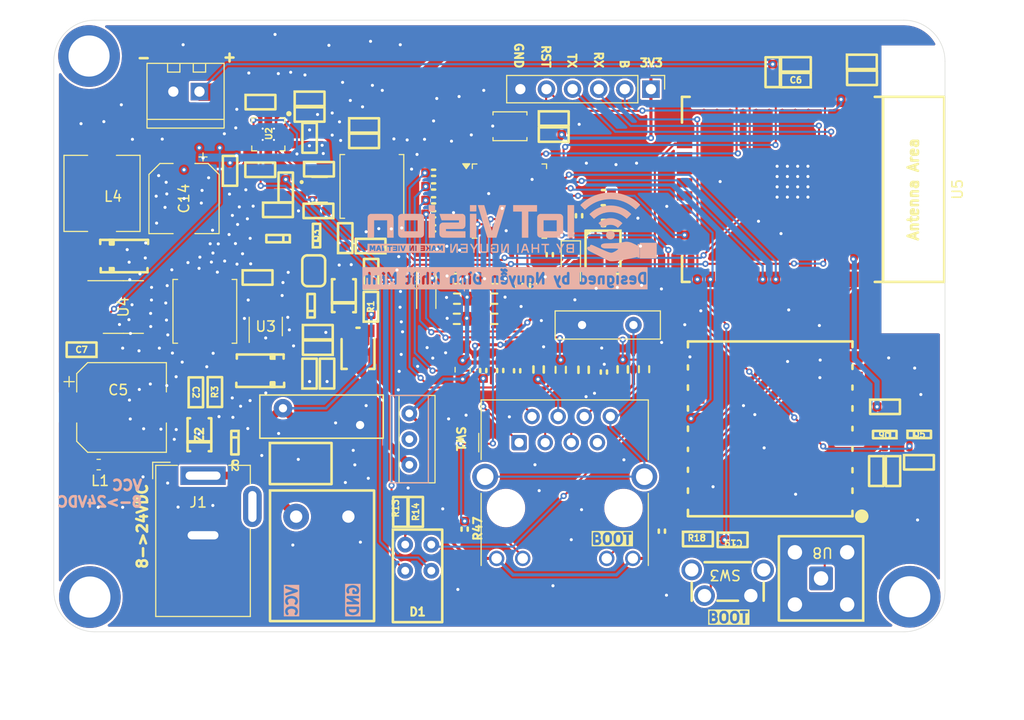
<source format=kicad_pcb>
(kicad_pcb (version 20240108) (generator "pcbnew") (generator_version "8.0")
  (layers (0 "F.Cu" signal) (31 "B.Cu" signal) (34 "B.Paste" user) (35 "F.Paste" user) (36 "B.SilkS" user "B.Silkscreen") (37 "F.SilkS" user "F.Silkscreen") (38 "B.Mask" user) (39 "F.Mask" user) (44 "Edge.Cuts" user))
  (net 0 "")
  (net 1 "GND")
  (net 2 "+BATT")
  (net 3 "/PPMIC_VOUT")
  (net 4 "Net-(Q2-G)")
  (net 5 "+5V")
  (net 6 "/IN")
  (net 7 "/Vin2")
  (net 8 "/VBAT_MONITOR")
  (net 9 "Net-(SW1-A)")
  (net 10 "+3V3")
  (net 11 "/ESP_RST")
  (net 12 "/ESP_BOOT")
  (net 13 "Net-(Q6-D)")
  (net 14 "/ADC1")
  (net 15 "/ADC2")
  (net 16 "/D1")
  (net 17 "Net-(D1-A1)")
  (net 18 "Net-(D1-K1)")
  (net 19 "/LED_ACT")
  (net 20 "Net-(D1-A2)")
  (net 21 "/Vin")
  (net 22 "VDC")
  (net 23 "/ESP_TX")
  (net 24 "/ESP_RX")
  (net 25 "Net-(JP1-A)")
  (net 26 "Net-(JP1-B)")
  (net 27 "/Vin1")
  (net 28 "/SW")
  (net 29 "/TPS62840DLCR_SW")
  (net 30 "/VOUT")
  (net 31 "/power_detec")
  (net 32 "Net-(Q3-D)")
  (net 33 "/LORA_EN")
  (net 34 "Net-(Q5-D)")
  (net 35 "/ADS_SCL")
  (net 36 "/ADS_SDA")
  (net 37 "Net-(U1-VSET)")
  (net 38 "Net-(U2-ILIM)")
  (net 39 "/BOOT_VCC_SENSOR_EN")
  (net 40 "Net-(U2-ISET)")
  (net 41 "Net-(U2-TS)")
  (net 42 "Net-(R15-Pad1)")
  (net 43 "Net-(U3-FB)")
  (net 44 "VCC")
  (net 45 "/LORA.SCK")
  (net 46 "/OUT_SPI_CS")
  (net 47 "/LORA.MISO")
  (net 48 "/D0")
  (net 49 "/TCP.CS")
  (net 54 "/LORA.CS")
  (net 57 "/TCP.RST")
  (net 59 "/LORA.MOSI")
  (net 61 "/TCP.INT")
  (net 62 "/LORA.INT")
  (net 64 "/LORA.RST")
  (net 68 "Net-(U7-Anaten)")
  (net 73 "Net-(C29-Pad2)")
  (net 74 "/XI")
  (net 75 "Net-(J6-TCT)")
  (net 76 "Net-(J6-RD+)")
  (net 77 "Net-(C35-Pad1)")
  (net 78 "Net-(J6-RD-)")
  (net 79 "Net-(C38-Pad1)")
  (net 80 "Net-(J6-RCT)")
  (net 81 "/1V20")
  (net 82 "Net-(U12-TOCAP)")
  (net 83 "/3v3A")
  (net 84 "Net-(J6-Pad10)")
  (net 86 "Net-(J6-Pad11)")
  (net 87 "Net-(J6-TD+)")
  (net 88 "Net-(J6-TD-)")
  (net 89 "/XO")
  (net 90 "Net-(U12-TXN)")
  (net 91 "Net-(U12-TXP)")
  (net 92 "/LINKLED")
  (net 93 "/ACTLED")
  (net 94 "Net-(U12-RXP)")
  (net 95 "Net-(U12-RXN)")
  (net 96 "/EXRES1")
  (net 97 "/CGND")
  (footprint "IVS_FOOTPRINTS:Potentiometer_Bourns_TC33X_Vertical" (layer "F.Cu") (at 101.3125 91.37 -90)
    (property "Reference" "RV2" (hide yes))
    (property "Value" "100K" (hide yes))
  )
  (footprint "IVS_FOOTPRINTS:C_0805" (layer "F.Cu") (at 110.92 84.5)
    (property "Reference" "C46" (hide yes))
    (property "Value" "0.1uF" (hide yes))
  )
  (footprint "IVS_FOOTPRINTS:R_0603" (layer "F.Cu") (at 97.4 89.7)
    (property "Reference" "R16" (hide yes))
    (property "Value" "2K7" (hide yes))
  )
  (footprint "IVS_FOOTPRINTS:R_0603" (layer "F.Cu") (at 102.5625 87.225 90)
    (property "Reference" "R1")
    (property "Value" "1K" (hide yes))
  )
  (footprint "IVS_FOOTPRINTS:SOT23-3" (layer "F.Cu") (at 89.3375 100.445 -90)
    (property "Reference" "Q2")
    (property "Value" "SI2301" (hide yes))
  )
  (footprint "IVS_FOOTPRINTS:R_0805" (layer "F.Cu") (at 118.875 93.325 90)
    (property "Reference" "R51" (hide yes))
    (property "Value" "10R" (hide yes))
  )
  (footprint "IVS_FOOTPRINTS:R_0603" (layer "F.Cu") (at 97.4625 77.9 180)
    (property "Reference" "R4" (hide yes))
    (property "Value" "270K" (hide yes))
  )
  (footprint "IVS_FOOTPRINTS:C_0603" (layer "F.Cu") (at 117 85.15 90)
    (property "Reference" "C41" (hide yes))
    (property "Value" "4.7uF" (hide yes))
  )
  (footprint "IVS_FOOTPRINTS:C_0603" (layer "F.Cu") (at 91.825 67.325)
    (property "Reference" "C8" (hide yes))
    (property "Value" "1uF" (hide yes))
  )
  (footprint "IVS_FOOTPRINTS:R_0603" (layer "F.Cu") (at 108.6625 75.525)
    (property "Reference" "R45" (hide yes))
    (property "Value" "0R" (hide yes))
  )
  (footprint "IVS_FOOTPRINTS:R_0603" (layer "F.Cu") (at 141.645 64.41 -90)
    (property "Reference" "R10" (hide yes))
    (property "Value" "220K" (hide yes))
  )
  (footprint "IVS_FOOTPRINTS:C_0603" (layer "F.Cu") (at 101.9 69.59)
    (property "Reference" "C10" (hide yes))
    (property "Value" "10uF" (hide yes))
  )
  (footprint "IVS_FOOTPRINTS:VQFN-16-1EP_3x3mm_P0.5mm_EP1.6x1.6mm_ThermalVias" (layer "F.Cu") (at 92.5875 70.45 -90)
    (property "Reference" "U2")
    (property "Value" "BQ24075RGT" (hide yes))
  )
  (footprint "IVS_FOOTPRINTS:C_0805" (layer "F.Cu") (at 110.92 88.4)
    (property "Reference" "C48" (hide yes))
    (property "Value" "0.1uF" (hide yes))
  )
  (footprint "IVS_FOOTPRINTS:R_0603" (layer "F.Cu") (at 93.525 77.8)
    (property "Reference" "R8" (hide yes))
    (property "Value" "20K" (hide yes))
  )
  (footprint "IVS_FOOTPRINTS:C_0805" (layer "F.Cu") (at 114.57 88.4 180)
    (property "Reference" "C49" (hide yes))
    (property "Value" "0.1uF" (hide yes))
  )
  (footprint "IVS_FOOTPRINTS:SOT-23-6" (layer "F.Cu") (at 92.3375 89.145 90)
    (property "Reference" "U3")
    (property "Value" "MT3608" (hide yes))
  )
  (footprint "" (layer "F.Cu") (at 75.23 115.46)
    (property "Reference" "")
    (property "Value" "")
  )
  (footprint "IVS_FOOTPRINTS:LED_Housing_Dual" (layer "F.Cu") (at 105.9 112.9)
    (property "Reference" "D1")
    (property "Value" "LED_Dual_AKAK" (hide yes))
  )
  (footprint "IVS_FOOTPRINTS:R_0603" (layer "F.Cu") (at 120.345 70.48 180)
    (property "Reference" "R17" (hide yes))
    (property "Value" "10K" (hide yes))
  )
  (footprint "Inductor_SMD:L_0603_1608Metric" (layer "F.Cu") (at 76.0875 102.575 180)
    (property "Reference" "L1")
    (property "Value" "VHF160808H2N2ST" (hide yes))
  )
  (footprint "IVS_FOOTPRINTS:XH 2.54 2Pin Female" (layer "F.Cu") (at 82.0875 66.3 -90)
    (property "Reference" "BT1" (hide yes))
    (property "Value" "Battery_18650" (hide yes))
  )
  (footprint "IVS_FOOTPRINTS:MODULE_RA-02_LORA" (layer "F.Cu") (at 141.4 99.1 180)
    (property "Reference" "U7" (hide yes))
    (property "Value" "Ai-Thinker-Ra-02" (hide yes))
  )
  (footprint "Connector_BarrelJack:BarrelJack_Wuerth_6941xx301002" (layer "F.Cu") (at 86.2375 103.65)
    (property "Reference" "J1")
    (property "Value" "Jack-DC" (hide yes))
  )
  (footprint "IVS_FOOTPRINTS:R_0603" (layer "F.Cu") (at 108.6625 79.6 180)
    (property "Reference" "R56" (hide yes))
    (property "Value" "12.4k" (hide yes))
  )
  (footprint "IVS_FOOTPRINTS:C_0603" (layer "F.Cu") (at 125.225 93.575 -90)
    (property "Reference" "C39" (hide yes))
    (property "Value" "10nF" (hide yes))
  )
  (footprint "IVS_FOOTPRINTS:Crystal_3225_4P_3.2x2.6mm" (layer "F.Cu") (at 125.1375 81.925 -90)
    (property "Reference" "Y1" (hide yes))
    (property "Value" "Crystal_MCU" (hide yes))
  )
  (footprint "IVS_FOOTPRINTS:Connector_Coaxial_SMA" (layer "F.Cu") (at 146.34302 113.64302 180)
    (property "Reference" "U8")
    (property "Value" "Ipex")
  )
  (footprint "IVS_FOOTPRINTS:R_0603" (layer "F.Cu") (at 152.56802 96.95552)
    (property "Reference" "R24" (hide yes))
    (property "Value" "20K" (hide yes))
  )
  (footprint "Connector_PinHeader_2.54mm:PinHeader_1x06_P2.54mm_Vertical" (layer "F.Cu") (at 129.8 66.06 -90)
    (property "Reference" "J3" (hide yes))
    (property "Value" "Conn_01x06_Male" (hide yes))
  )
  (footprint "IVS_FOOTPRINTS:R_0805" (layer "F.Cu") (at 123.25 93.35 90)
    (property "Reference" "R54" (hide yes))
    (property "Value" "82R 1%" (hide yes))
  )
  (footprint "Button_Switch_SMD:SW_SPST_B3U-1000P" (layer "F.Cu") (at 116.09 69.67)
    (property "Reference" "SW2" (hide yes))
    (property "Value" "SW_Push" (hide yes))
  )
  (footprint "IVS_FOOTPRINTS:D_SOD-123" (layer "F.Cu") (at 99.9375 86.175 90)
    (property "Reference" "Z1" (hide yes))
    (property "Value" "3V3" (hide yes))
  )
  (footprint "IVS_FOOTPRINTS:R_0603" (layer "F.Cu") (at 97.5125 73.85)
    (property "Reference" "R5" (hide yes))
    (property "Value" "1K2" (hide yes))
  )
  (footprint "IVS_FOOTPRINTS:SOT23-3" (layer "F.Cu") (at 97.275 80.3 90)
    (property "Reference" "Q3")
    (property "Value" "SI2300" (hide yes))
  )
  (footprint "IVS_FOOTPRINTS:C_0603" (layer "F.Cu") (at 96.6 70.8 -90)
    (property "Reference" "C15" (hide yes))
    (property "Value" "1uF" (hide yes))
  )
  (footprint "IVS_FOOTPRINTS:C_0805" (layer "F.Cu") (at 114.57 84.5 180)
    (property "Reference" "C45" (hide yes))
    (property "Value" "0.1uF" (hide yes))
  )
  (footprint "IVS_FOOTPRINTS:R_0805" (layer "F.Cu") (at 127.06 93.32 90)
    (property "Reference" "R55" (hide yes))
    (property "Value" "82R 1%" (hide yes))
  )
  (footprint "Capacitor_Tantalum_SMD:CP_EIA-3216-10_Kemet-I" (layer "F.Cu") (at 107.95 85.7925 -90)
    (property "Reference" "C52" (hide yes))
    (property "Value" "10 uF 16V" (hide yes))
  )
  (footprint "IVS_FOOTPRINTS:SW_MSK-38" (layer "F.Cu") (at 106.3 100.1 -90)
    (property "Reference" "SW1")
    (property "Value" "MSK-38/SS-12D00" (hide yes))
  )
  (footprint "IVS_FOOTPRINTS:L_7.3x7.3_H4.5" (layer "F.Cu") (at 76.4125 76.2 90)
    (property "Reference" "L4")
    (property "Value" "47uH" (hide yes))
  )
  (footprint "IVS_FOOTPRINTS:C_0603" (layer "F.Cu") (at 151.71802 103.20152 -90)
    (property "Reference" "C23" (hide yes))
    (property "Value" "100nF" (hide yes))
  )
  (footprint "IVS_FOOTPRINTS:R_0603" (layer "F.Cu") (at 130.865 109.05 90)
    (property "Reference" "R46" (hide yes))
    (property "Value" "330R" (hide yes))
  )
  (footprint "IVS_FOOTPRINTS:D_SMA" (layer "F.Cu") (at 78.4375 82.32)
    (property "Reference" "D3" (hide yes))
    (property "Value" "SS34")
  )
  (footprint "IVS_FOOTPRINTS:R_0603" (layer "F.Cu") (at 113.4875 93.425 90)
    (property "Reference" "R48" (hide yes))
    (property "Value" "49R9" (hide yes))
  )
  (footprint "IVS_FOOTPRINTS:C_0603" (layer "F.Cu") (at 120.35 68.92)
    (property "Reference" "C18" (hide yes))
    (property "Value" "10uF" (hide yes))
  )
  (footprint "" (layer "F.Cu") (at 75.15 62.84)
    (property "Reference" "")
    (property "Value" "")
  )
  (footprint "IVS_FOOTPRINTS:C_0603" (layer "F.Cu") (at 125.1875 79.075 180)
    (property "Reference" "C30" (hide yes))
    (property "Value" "18p" (hide yes))
  )
  (footprint "Varistor:RV_Disc_D12mm_W4.2mm_P7.5mm" (layer "F.Cu") (at 94.0125 97.095)
    (property "Reference" "RV1" (hide yes))
    (property "Value" "07D330K" (hide yes))
  )
  (footprint "IVS_FOOTPRINTS:C_0603" (layer "F.Cu") (at 74.425 91.4 180)
    (property "Reference" "C7")
    (property "Value" "1uF" (hide yes))
  )
  (footprint "IVS_FOOTPRINTS:R_0603" (layer "F.Cu") (at 122.8125 78.375 -90)
    (property "Reference" "R36" (hide yes))
    (property "Value" "1M" (hide yes))
  )
  (footprint "IVS_FOOTPRINTS:R_0603" (layer "F.Cu") (at 134.36802 109.81802)
    (property "Reference" "R18")
    (property "Value" "10K" (hide yes))
  )
  (footprint "Inductor_SMD:L_Bourns_SRN6045TA" (layer "F.Cu") (at 102.66 75.52 90)
    (property "Reference" "L3" (hide yes))
    (property "Value" "2.2uH" (hide yes))
  )
  (footprint "IVS_FOOTPRINTS:R_0603" (layer "F.Cu") (at 108.6625 74.2 180)
    (property "Reference" "R38" (hide yes))
    (property "Value" "0R" (hide yes))
  )
  (footprint "Capacitor_THT:C_Disc_D10.0mm_W2.5mm_P5.00mm" (layer "F.Cu") (at 123.1 89)
    (property "Reference" "C33" (hide yes))
    (property "Value" "1nF/2kV" (hide yes))
  )
  (footprint "IVS_FOOTPRINTS:R_0603" (layer "F.Cu") (at 125.1625 77.65)
    (property "Reference" "R37" (hide yes))
    (property "Value" "0R" (hide yes))
  )
  (footprint "IVS_FOOTPRINTS:C_0603" (layer "F.Cu") (at 98.3 93.725 90)
    (property "Reference" "C12" (hide yes))
    (property "Value" "10uF" (hide yes))
  )
  (footprint "IVS_FOOTPRINTS:R_0603" (layer "F.Cu") (at 115.1375 93.425 90)
    (property "Reference" "R50" (hide yes))
    (property "Value" "49R9" (hide yes))
  )
  (footprint "IVS_FOOTPRINTS:C_0603" (layer "F.Cu") (at 137.74302 109.89302)
    (property "Reference" "C19")
    (property "Value" "100nF" (hide yes))
  )
  (footprint "IVS_FOOTPRINTS:D_SOD-123" (layer "F.Cu") (at 85.8875 99.695 90)
    (property "Reference" "Z2")
    (property "Value" "12V" (hide yes))
  )
  (footprint "IVS_FOOTPRINTS:SOIC-8_3.9x4.9mm_P1.27mm" (layer "F.Cu") (at 78.4875 87.25)
    (property "Reference" "U4")
    (property "Value" "XL1509")
  )
  (footprint "IVS_FOOTPRINTS:R_0603" (layer "F.Cu") (at 111.68 108.85 90)
    (property "Reference" "R47")
    (property "Value" "330R" (hide yes))
  )
  (footprint "Capacitor_SMD:CP_Elec_6.3x5.4" (layer "F.Cu") (at 84.3875 76.7 -90)
    (property "Reference" "C14")
    (property "Value" "110uF 10V" (hide yes))
  )
  (footprint "IVS_FOOTPRINTS:C_0603" (layer "F.Cu") (at 150.3274 64.96)
    (property "Reference" "C17" (hide yes))
    (property "Value" "100nF" (hide yes))
  )
  (footprint "IVS_FOOTPRINTS:R_0603" (layer "F.Cu") (at 155.86802 102.35552)
    (property "Reference" "R23" (hide yes))
    (property "Value" "100K" (hide yes))
  )
  (footprint "IVS_FOOTPRINTS:C_0603" (layer "F.Cu") (at 94.28 75.62 90)
    (property "Reference" "C1" (hide yes))
    (property "Value" "10uF" (hide yes))
  )
  (footprint "IVS_FOOTPRINTS:R_0603" (layer "F.Cu") (at 96.6 67)
    (property "Reference" "R12" (hide yes))
    (property "Value" "10K" (hide yes))
  )
  (footprint "IVS_FOOTPRINTS:TestPoint_Pad_D1.0mm" (layer "F.Cu") (at 87.39 72.52)
    (property "Reference" "TP1" (hide yes))
    (property "Value" "TestPoint" (hide yes))
  )
  (footprint "IVS_FOOTPRINTS:R_0603" (layer "F.Cu") (at 105.425 107.175 90)
    (property "Reference" "R13")
    (property "Value" "1K" (hide yes))
  )
  (footprint "IVS_FOOTPRINTS:C_0805" (layer "F.Cu") (at 114.56 86.44 180)
    (property "Reference" "C50" (hide yes))
    (property "Value" "0.1uF" (hide yes))
  )
  (footprint "IVS_FOOTPRINTS:C_0603" (layer "F.Cu") (at 143.895 65.18 180)
    (property "Reference" "C6")
    (property "Value" "1uF" (hide yes))
  )
  (footprint "Capacitor_Tantalum_SMD:CP_EIA-3216-10_Kemet-I" (layer "F.Cu") (at 122.0125 83.125 -90)
    (property "Reference" "C51" (hide yes))
    (property "Value" "10 uF 16V" (hide yes))
  )
  (footprint "IVS_FOOTPRINTS:C_0805" (layer "F.Cu") (at 110.94 86.44)
    (property "Reference" "C47" (hide yes))
    (property "Value" "0.1uF" (hide yes))
  )
  (footprint "IVS_FOOTPRINTS:SOT23-3" (layer "F.Cu") (at 96.75 87.125 90)
    (property "Reference" "Q1" (hide yes))
    (property "Value" "SI2300" (hide yes))
  )
  (footprint "" (layer "F.Cu") (at 154.97 115.43)
    (property "Reference" "")
    (property "Value" "")
  )
  (footprint "IVS_FOOTPRINTS:ESP32-WROOM-32E" (layer "F.Cu") (at 143.82 75.81 -90)
    (property "Reference" "U5")
    (property "Value" "ESP32-WROOM-32UE" (hide yes))
  )
  (footprint "IVS_FOOTPRINTS:C_0805" (layer "F.Cu") (at 129.13 93.3 -90)
    (property "Reference" "C38" (hide yes))
    (property "Value" "6.8nF" (hide yes))
  )
  (footprint "Capacitor_SMD:CP_Elec_8x10.5" (layer "F.Cu") (at 78.3125 97.02)
    (property "Reference" "C5")
    (property "Value" "220uF 35V" (hide yes))
  )
  (footprint "IVS_FOOTPRINTS:SW_6x6_90DEG" (layer "F.Cu") (at 137.26802 114.06802 180)
    (property "Reference" "SW3")
    (property "Value" "SW_Push" (hide yes))
  )
  (footprint "IVS_FOOTPRINTS:SOT23-3" (layer "F.Cu") (at 152.54302 99.65552 180)
    (property "Reference" "Q6")
    (property "Value" "SI2301" (hide yes))
  )
  (footprint "IVS_FOOTPRINTS:R_0603" (layer "F.Cu") (at 106.925 107.175 90)
    (property "Reference" "R14")
    (property "Value" "1K" (hide yes))
  )
  (footprint "IVS_FOOTPRINTS:F_1812" (layer "F.Cu") (at 95.7375 102.475)
    (property "Reference" "F1" (hide yes))
    (property "Value" "1A")
  )
  (footprint "IVS_FOOTPRINTS:C_0603" (layer "F.Cu") (at 119.96 82.16 -90)
    (property "Reference" "C31" (hide yes))
    (property "Value" "0.1uF" (hide yes))
  )
  (footprint "IVS_FOOTPRINTS:C_0603" (layer "F.Cu") (at 101.9 71.09)
    (property "Reference" "C13" (hide yes))
    (property "Value" "100nF" (hide yes))
  )
  (footprint "IVS_FOOTPRINTS:R_0805_2012Metric" (layer "F.Cu") (at 111.4875 93.35 90)
    (property "Reference" "FB1" (hide yes))
    (property "Value" "FerriteBead" (hide yes))
  )
  (footprint "IVS_FOOTPRINTS:C_0603" (layer "F.Cu") (at 125.1875 76.175)
    (property "Reference" "C29" (hide yes))
    (property "Value" "18p" (hide yes))
  )
  (footprint "IVS_FOOTPRINTS:C_0603" (layer "F.Cu") (at 116.7875 93.45 90)
    (property "Reference" "C34" (hide yes))
    (property "Value" "22nF" (hide yes))
  )
  (footprint "IVS_FOOTPRINTS:R_0603" (layer "F.Cu") (at 100.07 80.55 90)
    (property "Reference" "R7" (hide yes))
    (property "Value" "100K" (hide yes))
  )
  (footprint "IVS_FOOTPRINTS:R_0603" (layer "F.Cu") (at 102.53 81.32 180)
    (property "Reference" "R6" (hide yes))
    (property "Value" "1K" (hide yes))
  )
  (footprint "IVS_FOOTPRINTS:C_0603" (layer "F.Cu") (at 88.8625 74.005 90)
    (property "Reference" "C3" (hide yes))
    (property "Value" "1uF" (hide yes))
  )
  (footprint "Package_QFP:LQFP-48_7x7mm_P0.5mm" (layer "F.Cu") (at 116.0375 76.95)
    (property "Reference" "U12" (hide yes))
    (property "Value" "W5500" (hide yes))
  )
  (footprint "IVS_FOOTPRINTS:C_0805" (layer "F.Cu") (at 121.025 93.35 -90)
    (property "Reference" "C35" (hide yes))
    (property "Value" "6.8nF" (hide yes))
  )
  (footprint "IVS_FOOTPRINTS:R_0603" (layer "F.Cu") (at 108.6625 76.875)
    (property "Reference" "R53" (hide yes))
    (property "Value" "0R")
  )
  (footprint "IVS_FOOTPRINTS:C_0603" (layer "F.Cu") (at 118.34 85.15 90)
    (property "Reference" "C40" (hide yes))
    (property "Value" "10nF" (hide yes))
  )
  (footprint "IVS_FOOTPRINTS:C_0603" (layer "F.Cu") (at 153.34302 103.20552 -90)
    (property "Reference" "C21" (hide yes))
    (property "Value" "1uF" (hide yes))
  )
  (footprint "IVS_FOOTPRINTS:R_0603" (layer "F.Cu") (at 87.3875 95.52 90)
    (property "Reference" "R3")
    (property "Value" "12k" (hide yes))
  )
  (footprint "IVS_FOOTPRINTS:C_0603" (layer "F.Cu") (at 85.5375 95.545 90)
    (property "Reference" "C2")
    (property "Value" "100nF" (hide yes))
  )
  (footprint "Connector_RJ:RJ45_Hanrun_HR911105A_Horizontal" (layer "F.Cu") (at 116.975 100.44)
    (property "Reference" "J6" (hide yes))
    (property "Value" "RJ45_Hanrun_HR911105A_Horizontal" (hide yes))
  )
  (footprint "IVS_FOOTPRINTS:R_0603" (layer "F.Cu") (at 96.6 68.525)
    (property "Reference" "R9" (hide yes))
    (property "Value" "1K2" (hide yes))
  )
  (footprint "IVS_FOOTPRINTS:C_0603" (layer "F.Cu") (at 91.54 84.38)
    (property "Reference" "C4" (hide yes))
    (property "Value" "1uF" (hide yes))
  )
  (footprint "IVS_FOOTPRINTS:C_0603" (layer "F.Cu") (at 91.8 73.9)
    (property "Reference" "C11" (hide yes))
    (property "Value" "10uF" (hide yes))
  )
  (footprint "IVS_FOOTPRINTS:SolderJumper-2_P1.3mm_Open_RoundedPad1.0x1.5mm" (layer "F.Cu") (at 97.0125 83.75 90)
    (property "Reference" "JP1" (hide yes))
    (property "Value" "SolderJumper_2_Open" (hide yes))
  )
  (footprint "IVS_FOOTPRINTS:R_0603" (layer "F.Cu") (at 108.6625 78.225 180)
    (property "Reference" "R52" (hide yes))
    (property "Value" "0R" (hide yes))
  )
  (footprint "Inductor_SMD:L_Bourns_SRN6045TA" (layer "F.Cu") (at 86.4125 87.67 -90)
    (property "Reference" "L2" (hide yes))
    (property "Value" "22uH" (hide yes))
  )
  (footprint "IVS_FOOTPRINTS:R_0603" (layer "F.Cu") (at 143.8992 63.65)
    (property "Reference" "R11" (hide yes))
    (property "Value" "100K" (hide yes))
  )
  (footprint "IVS_FOOTPRINTS:C_0603" (layer "F.Cu") (at 150.315 63.41)
    (property "Reference" "C16" (hide yes))
    (property "Value" "10uF" (hide yes))
  )
  (footprint "IVS_FOOTPRINTS:R_0603" (layer "F.Cu") (at 102.5875 84.025 90)
    (property "Reference" "R2" (hide yes))
    (property "Value" "10K" (hide yes))
  )
  (footprint "IVS_FOOTPRINTS:SOT23-3" (layer "F.Cu") (at 155.89302 99.64302)
    (property "Reference" "Q5")
    (property "Value" "SI2300" (hide yes))
  )
  (footprint "IVS_FOOTPRINTS:R_0603" (layer "F.Cu") (at 97.4 91.2 180)
    (property "Reference" "R15" (hide yes))
    (property "Value" "20K" (hide yes))
  )
  (footprint "IVS_FOOTPRINTS:VSON-HR - 1 mm" (layer "F.Cu") (at 97.5725 75.85)
    (property "Reference" "U1" (hide yes))
    (property "Value" "TPS62840DLCR" (hide yes))
  )
  (footprint "IVS_FOOTPRINTS:SOT23-3" (layer "F.Cu") (at 93.5375 80.6 180)
    (property "Reference" "Q4" (hide yes))
    (property "Value" "SI2301" (hide yes))
  )
  (footprint "IVS_FOOTPRINTS:C_0603" (layer "F.Cu") (at 96.6 93.725 90)
    (property "Reference" "C9" (hide yes))
    (property "Value" "10uF" (hide yes))
  )
  (footprint "IVS_FOOTPRINTS:D_SMA" (layer "F.Cu") (at 91.925 93.42 180)
    (property "Reference" "D2" (hide yes))
    (property "Value" "SS34")
  )
  (footprint "IVS_FOOTPRINTS:KF-5.08-2P" (layer "F.Cu") (at 97.8125 111.175)
    (property "Reference" "J2" (hide yes))
    (property "Value" "Screw_Terminal_01x02" (hide yes))
  )
  (footprint "IVS_FOOTPRINTS:IoTVision_NewLoGo_30.9x8" (layer "B.Cu") (at 116.204852 79.46218 180)
    (property "Reference" "Designed by Nguyễn Đình Nhật Minh")
    (property "Value" "LOGO" (hide yes))
  )
  (gr_arc (start 154.4 59.35) (mid 157.228427 60.521573) (end 158.4 63.35) (stroke (width 0.05)) (layer "Edge.Cuts"))
  (gr_line (start 71.72 114.84) (end 71.72 63.35) (stroke (width 0.05)) (layer "Edge.Cuts"))
  (gr_line (start 75.72 59.35) (end 154.4 59.35) (stroke (width 0.05)) (layer "Edge.Cuts"))
  (gr_arc (start 158.4 114.84) (mid 157.228427 117.668427) (end 154.4 118.84) (stroke (width 0.05)) (layer "Edge.Cuts"))
  (gr_line (start 154.4 118.84) (end 75.72 118.84) (stroke (width 0.05)) (layer "Edge.Cuts"))
  (gr_arc (start 71.72 63.35) (mid 72.891573 60.521573) (end 75.72 59.35) (stroke (width 0.05)) (layer "Edge.Cuts"))
  (gr_line (start 158.4 63.35) (end 158.4 114.84) (stroke (width 0.05)) (layer "Edge.Cuts"))
  (gr_arc (start 75.72 118.84) (mid 72.891573 117.668427) (end 71.72 114.84) (stroke (width 0.05)) (layer "Edge.Cuts"))
  (gr_text "VCC" (at 95.48 114.26 90) (layer "B.SilkS" knockout) (effects (font (size 1 1) (thickness 0.25) (bold yes)) (justify left bottom mirror)))
  (gr_text "VCC\n8->24VDC" (at 80.44 106.79 -0) (layer "B.SilkS") (effects (font (size 1 1) (thickness 0.25) (bold yes)) (justify left bottom mirror)))
  (gr_text "GND" (at 101.44 114.069524 90) (layer "B.SilkS" knockout) (effects (font (size 1 1) (thickness 0.25) (bold yes)) (justify left bottom mirror)))
  (gr_text "BOOT" (at 123.88 110.41 0) (layer "F.SilkS" knockout) (effects (font (size 1 1) (thickness 0.25) (bold yes)) (justify left bottom)))
  (gr_text "RX" (at 124.24 62.29 270) (layer "F.SilkS") (effects (font (size 0.8 0.8) (thickness 0.2) (bold yes)) (justify left bottom)))
  (gr_text "RST" (at 119.11 61.66 -90) (layer "F.SilkS") (effects (font (size 0.8 0.8) (thickness 0.2) (bold yes)) (justify left bottom)))
  (gr_text "\n8->24VDC" (at 80.92 112.83 90) (layer "F.SilkS") (effects (font (size 1 1) (thickness 0.25) (bold yes)) (justify left bottom)))
  (gr_text "3V3" (at 128.6 63.97 0) (layer "F.SilkS") (effects (font (size 0.8 0.8) (thickness 0.2) (bold yes)) (justify left bottom)))
  (gr_text "-" (at 81.25 62.53 180) (layer "F.SilkS") (effects (font (size 1 1) (thickness 0.25) (bold yes)) (justify left bottom)))
  (gr_text "+" (at 89.6 62.47 180) (layer "F.SilkS") (effects (font (size 1 1) (thickness 0.25) (bold yes)) (justify left bottom)))
  (gr_text "BOOT" (at 135.21 118.05 0) (layer "F.SilkS" knockout) (effects (font (size 1 1) (thickness 0.25) (bold yes)) (justify left bottom)))
  (gr_text "GND" (at 116.47 61.45 270) (layer "F.SilkS") (effects (font (size 0.8 0.8) (thickness 0.2) (bold yes)) (justify left bottom)))
  (gr_text "B" (at 126.74 63.09 270) (layer "F.SilkS") (effects (font (size 0.8 0.8) (thickness 0.2) (bold yes)) (justify left bottom)))
  (gr_text "TX" (at 121.64 62.48 270) (layer "F.SilkS") (effects (font (size 0.8 0.8) (thickness 0.2) (bold yes)) (justify left bottom)))
  (segment (start 92.0375 71) (end 93.1375 69.9) (width 0.2) (layer "F.Cu") (net 1))
  (via (at 89.14 97.98) (size 0.6) (drill 0.3) (layers "F.Cu" "B.Cu") (net 1))
  (via (at 111.02 114.72) (size 0.6) (drill 0.3) (layers "F.Cu" "B.Cu") (net 1))
  (via (at 81.14 87.87) (size 0.6) (drill 0.3) (layers "F.Cu" "B.Cu") (net 1))
  (via (at 74.37 69.42) (size 0.6) (drill 0.3) (layers "F.Cu" "B.Cu") (net 1))
  (via (at 106.18 104.85) (size 0.6) (drill 0.3) (layers "F.Cu" "B.Cu") (net 1))
  (via (at 82.71 76.25) (size 0.6) (drill 0.3) (layers "F.Cu" "B.Cu") (net 1))
  (via (at 118.93 105.11) (size 0.6) (drill 0.3) (layers "F.Cu" "B.Cu") (net 1))
  (via (at 135.84 104.73) (size 0.6) (drill 0.3) (layers "F.Cu" "B.Cu") (net 1))
  (via (at 138.8 96.84) (size 0.6) (drill 0.3) (layers "F.Cu" "B.Cu") (net 1))
  (via (at 87.16 79.78) (size 0.6) (drill 0.3) (layers "F.Cu" "B.Cu") (net 1))
  (via (at 95.5 102.07) (size 0.6) (drill 0.3) (layers "F.Cu" "B.Cu") (net 1))
  (via (at 79.33 87.03) (size 0.6) (drill 0.3) (layers "F.Cu" "B.Cu") (net 1))
  (via (at 111.19 81.72) (size 0.6) (drill 0.3) (layers "F.Cu" "B.Cu") (net 1))
  (via (at 81.92 74.47) (size 0.6) (drill 0.3) (layers "F.Cu" "B.Cu") (net 1))
  (via (at 89.08 96.09) (size 0.6) (drill 0.3) (layers "F.Cu" "B.Cu") (net 1))
  (via (at 105.1 83.65) (size 0.6) (drill 0.3) (layers "F.Cu" "B.Cu") (net 1))
  (via (at 105.23 95.31) (size 0.6) (drill 0.3) (layers "F.Cu" "B.Cu") (net 1))
  (via (at 111.82 97.77) (size 0.6) (drill 0.3) (layers "F.Cu" "B.Cu") (net 1))
  (via (at 109.95 81.34) (size 0.6) (drill 0.3) (layers "F.Cu" "B.Cu") (net 1))
  (via (at 76.59 69.22) (size 0.6) (drill 0.3) (layers "F.Cu" "B.Cu") (net 1))
  (via (at 109.98 88.35) (size 0.6) (drill 0.3) (layers "F.Cu" "B.Cu") (net 1))
  (via (at 87.79 97.91) (size 0.6) (drill 0.3) (layers "F.Cu" "B.Cu") (net 1))
  (via (at 130.84 90.7) (size 0.6) (drill 0.3) (layers "F.Cu" "B.Cu") (net 1))
  (via (at 131.31 115.28) (size 0.6) (drill 0.3) (layers "F.Cu" "B.Cu") (net 1))
  (via (at 101.54 110.12) (size 0.6) (drill 0.3) (layers "F.Cu" "B.Cu") (net 1))
  (via (at 103.67 66.18) (size 0.6) (drill 0.3) (layers "F.Cu" "B.Cu") (net 1))
  (via (at 79.08 96.3) (size 0.6) (drill 0.3) (layers "F.Cu" "B.Cu") (net 1))
  (via (at 98.3 94.5) (size 0.6) (drill 0.3) (layers "F.Cu" "B.Cu") (net 1))
  (via (at 93.24 60.74) (size 0.6) (drill 0.3) (layers "F.Cu" "B.Cu") (net 1))
  (via (at 156.05 95.76) (size 0.6) (drill 0.3) (layers "F.Cu" "B.Cu") (net 1))
  (via (at 118.52 102.59) (size 0.6) (drill 0.3) (layers "F.Cu" "B.Cu") (net 1))
  (via (at 96.6 94.5) (size 0.6) (drill 0.3) (layers "F.Cu" "B.Cu") (net 1))
  (via (at 104.8 70.9) (size 0.6) (drill 0.3) (layers "F.Cu" "B.Cu") (net 1))
  (via (at 100.844004 101.19062) (size 0.6) (drill 0.3) (layers "F.Cu" "B.Cu") (net 1))
  (via (at 95.52 77.9) (size 0.6) (drill 0.3) (layers "F.Cu" "B.Cu") (net 1))
  (via (at 102.31 103.91) (size 0.6) (drill 0.3) (layers "F.Cu" "B.Cu") (net 1))
  (via (at 90.69 64.49) (size 0.6) (drill 0.3) (layers "F.Cu" "B.Cu") (net 1))
  (via (at 99.81 65.4) (size 0.6) (drill 0.3) (layers "F.Cu" "B.Cu") (net 1))
  (via (at 79.37 70.94) (size 0.6) (drill 0.3) (layers "F.Cu" "B.Cu") (net 1))
  (via (at 119.36 91.12) (size 0.6) (drill 0.3) (layers "F.Cu" "B.Cu") (net 1))
  (via (at 78.29 67.58) (size 0.6) (drill 0.3) (layers "F.Cu" "B.Cu") (net 1))
  (via (at 90.59 99.07) (size 0.6) (drill 0.3) (layers "F.Cu" "B.Cu") (net 1))
  (via (at 82.75 85.17) (size 0.6) (drill 0.3) (layers "F.Cu" "B.Cu") (net 1))
  (via (at 115.61 86.29) (size 0.6) (drill 0.3) (layers "F.Cu" "B.Cu") (net 1))
  (via (at 91.95 101.69) (size 0.6) (drill 0.3) (layers "F.Cu" "B.Cu") (net 1))
  (via (at 90.81 96.35) (size 0.6) (drill 0.3) (layers "F.Cu" "B.Cu") (net 1))
  (via (at 128.89 85.14) (size 0.6) (drill 0.3) (layers "F.Cu" "B.Cu") (net 1))
  (via (at 108.99 81.62) (size 0.6) (drill 0.3) (layers "F.Cu" "B.Cu") (net 1))
  (via (at 83.2 83.63) (size 0.6) (drill 0.3) (layers "F.Cu" "B.Cu") (net 1))
  (via (at 80.01 91.51) (size 0.6) (drill 0.3) (layers "F.Cu" "B.Cu") (net 1))
  (via (at 117.17 87.2) (size 0.6) (drill 0.3) (layers "F.Cu" "B.Cu") (net 1))
  (via (at 78.11 88.95) (size 0.6) (drill 0.3) (layers "F.Cu" "B.Cu") (net 1))
  (via (at 109.83 91.7) (size 0.6) (drill 0.3) (layers "F.Cu" "B.Cu") (net 1))
  (via (at 90.08 82.07) (size 0.6) (drill 0.3) (layers "F.Cu" "B.Cu") (net 1))
  (via (at 88.34 82.78) (size 0.6) (drill 0.3) (layers "F.Cu" "B.Cu") (net 1))
  (via (at 123.05 106.96) (size 0.6) (drill 0.3) (layers "F.Cu" "B.Cu") (net 1))
  (via (at 109.55 106.88) (size 0.6) (drill 0.3) (layers "F.Cu" "B.Cu") (net 1))
  (via (at 98.8 68.38) (size 0.6) (drill 0.3) (layers "F.Cu" "B.Cu") (net 1))
  (via (at 90.55 78.67) (size 0.6) (drill 0.3) (layers "F.Cu" "B.Cu") (net 1))
  (via (at 89.89 96.9) (size 0.6) (drill 0.3) (layers "F.Cu" "B.Cu") (net 1))
  (via (at 105.32 93.51) (size 0.6) (drill 0.3) (layers "F.Cu" "B.Cu") (net 1))
  (via (at 99.48 83.17) (size 0.6) (drill 0.3) (layers "F.Cu" "B.Cu") (net 1))
  (via (at 110.4 71.12) (size 0.6) (drill 0.3) (layers "F.Cu" "B.Cu") (net 1))
  (via (at 83.62 94.03) (size 0.6) (drill 0.3) (layers "F.Cu" "B.Cu") (net 1))
  (via (at 140.26 78.91) (size 0.6) (drill 0.3) (layers "F.Cu" "B.Cu") (net 1))
  (via (at 102.528412 61.410002) (size 0.6) (drill 0.3) (layers "F.Cu" "B.Cu") (net 1))
  (via (at 107.11 93.02) (size 0.6) (drill 0.3) (layers "F.Cu" "B.Cu") (net 1))
  (via (at 127.17 102.11) (size 0.6) (drill 0.3) (layers "F.Cu" "B.Cu") (net 1))
  (via (at 155.73 107.96) (size 0.6) (drill 0.3) (layers "F.Cu" "B.Cu") (net 1))
  (via (at 119.52 84.32) (size 0.6) (drill 0.3) (layers "F.Cu" "B.Cu") (net 1))
  (via (at 126.53 85.35) (size 0.6) (drill 0.3) (layers "F.Cu" "B.Cu") (net 1))
  (via (at 90.63 86.57) (size 0.6) (drill 0.3) (layers "F.Cu" "B.Cu") (net 1))
  (via (at 89.42 69.83) (size 0.6) (drill 0.3) (layers "F.Cu" "B.Cu") (net 1))
  (via (at 83.44 100.12) (size 0.6) (drill 0.3) (layers "F.Cu" "B.Cu") (net 1))
  (via (at 84.21 92.61) (size 0.6) (drill 0.3) (layers "F.Cu" "B.Cu") (net 1))
  (via (at 136.53 75.05) (size 0.6) (drill 0.3) (layers "F.Cu" "B.Cu") (net 1))
  (via (at 82.71 94.89) (size 0.6) (drill 0.3) (layers "F.Cu" "B.Cu") (net 1))
  (via (at 109.92 86.32) (size 0.6) (drill 0.3) (layers "F.Cu" "B.Cu") (net 1))
  (via (at 90.26 88.36) (size 0.6) (drill 0.3) (layers "F.Cu" "B.Cu") (net 1))
  (via (at 118.24 74.84) (size 0.6) (drill 0.3) (layers "F.Cu" "B.Cu") (net 1))
  (via (at 105.27 82.35) (size 0.6) (drill 0.3) (layers "F.Cu" "B.Cu") (net 1))
  (via (at 90.82 80.57) (size 0.6) (drill 0.3) (layers "F.Cu" "B.Cu") (net 1))
  (via (at 105.52 88.69) (size 0.6) (drill 0.3) (layers "F.Cu" "B.Cu") (net 1))
  (via (at 101 102.6) (size 0.6) (drill 0.3) (layers "F.Cu" "B.Cu") (net 1))
  (via (at 80.04 95.27) (size 0.6) (drill 0.3) (layers "F.Cu" "B.Cu") (net 1))
  (via (at 87.22 91.75) (size 0.6) (drill 0.3) (layers "F.Cu" "B.Cu") (net 1))
  (via (at 88.31 70.4) (size 0.6) (drill 0.3) (layers "F.Cu" "B.Cu") (net 1))
  (via (at 82.68 88.52) (size 0.6) (drill 0.3) (layers "F.Cu" "B.Cu") (net 1))
  (via (at 89.54 83.08) (size 0.6) (drill 0.3) (layers "F.Cu" "B.Cu") (net 1))
  (via (at 110.6 78.07) (size 0.6) (drill 0.3) (layers "F.Cu" "B.Cu") (net 1))
  (via (at 86.07 77.14) (size 0.6) (drill 0.3) (layers "F.Cu" "B.Cu") (net 1))
  (via (at 90.87 83.05) (size 0.6) (drill 0.3) (layers "F.Cu" "B.Cu") (net 1))
  (via (at 87.2 82) (size 0.6) (drill 0.3) (layers "F.Cu" "B.Cu") (net 1))
  (via (at 86.6 93.06) (size 0.6) (drill 0.3) (layers "F.Cu" "B.Cu") (net 1))
  (via (at 102.1 96.84) (size 0.6) (drill 0.3) (layers "F.Cu" "B.Cu") (net 1))
  (via (at 81.23 85.34) (size 0.6) (drill 0.3) (layers "F.Cu" "B.Cu") (net 1))
  (via (at 81.22 86.57) (size 0.6) (drill 0.3) (layers "F.Cu" "B.Cu") (net 1))
  (via (at 79.16 98.14) (size 0.6) (drill 0.3) (layers "F.Cu" "B.Cu") (net 1))
  (via (at 89.39 81.08) (size 0.6) (drill 0.3) (layers "F.Cu" "B.Cu") (net 1))
  (via (at 94.63 89.47) (size 0.6) (drill 0.3) (layers "F.Cu" "B.Cu") (net 1))
  (via (at 89.765812 77.512008) (size 0.6) (drill 0.3) (layers "F.Cu" "B.Cu") (net 1))
  (via (at 122.82 69.48) (size 0.6) (drill 0.3) (layers "F.Cu" "B.Cu") (net 1))
  (via (at 82.7954 104.37135) (size 0.6) (drill 0.3) (layers "F.Cu" "B.Cu") (net 1))
  (via (at 133.59 92.1) (size 0.6) (drill 0.3) (layers "F.Cu" "B.Cu") (net 1))
  (via (at 82.14 99.13) (size 0.6) (drill 0.3) (layers "F.Cu" "B.Cu") (net 1))
  (via (at 120.27 114.36) (size 0.6) (drill 0.3) (layers "F.Cu" "B.Cu") (net 1))
  (via (at 82.27 70.92) (size 0.6) (drill 0.3) (layers "F.Cu" "B.Cu") (net 1))
  (via (at 85.93 82.4) (size 0.6) (drill 0.3) (layers "F.Cu" "B.Cu") (net 1))
  (via (at 105.42 61.74) (size 0.6) (drill 0.3) (layers "F.Cu" "B.Cu") (net 1))
  (via (at 89.09 78.34) (size 0.6) (drill 0.3) (layers "F.Cu" "B.Cu") (net 1))
  (via (at 81.68 76.47) (size 0.6) (drill 0.3) (layers "F.Cu" "B.Cu") (net 1))
  (via (at 96.6 70.025) (size 0.6) (drill 0.3) (layers "F.Cu" "B.Cu") (net 1))
  (via (at 126.4 73.4) (size 0.6) (drill 0.3) (layers "F.Cu" "B.Cu") (net 1))
  (via (at 143.87 105.46) (size 0.6) (drill 0.3) (layers "F.Cu" "B.Cu") (net 1))
  (via (at 80.1 84.03) (size 0.6) (drill 0.3) (layers "F.Cu" "B.Cu") (net 1))
  (via (at 84.3 61.74) (size 0.6) (drill 0.3) (layers "F.Cu" "B.Cu") (net 1))
  (via (at 89.6 79.22) (size 0.6) (drill 0.3) (layers "F.Cu" "B.Cu") (net 1))
  (via (at 88.81 76.27) (size 0.6) (drill 0.3) (layers "F.Cu" "B.Cu") (net 1))
  (via (at 111.14 66.78) (size 0.6) (drill 0.3) (layers "F.Cu" "B.Cu") (net 1))
  (via (at 114.02 76.22) (size 0.6) (drill 0.3) (layers "F.Cu" "B.Cu") (net 1))
  (via (at 78.42 91.25) (size 0.6) (drill 0.3) (layers "F.Cu" "B.Cu") (net 1))
  (via (at 146.23 94.12) (size 0.6) (drill 0.3) (layers "F.Cu" "B.Cu") (net 1))
  (via (at 152.92 92.2) (size 0.6) (drill 0.3) (layers "F.Cu" "B.Cu") (net 1))
  (via (at 98.8 70.53) (size 0.6) (drill 0.3) (layers "F.Cu" "B.Cu") (net 1))
  (via (at 82.81 89.96) (size 0.6) (drill 0.3) (layers "F.Cu" "B.Cu") (net 1))
  (via (at 87.72 81.11) (size 0.6) (drill 0.3) (layers "F.Cu" "B.Cu") (net 1))
  (via (at 94.52 83.88) (size 0.6) (drill 0.3) (layers "F.Cu" "B.Cu") (net 1))
  (via (at 123.49 95.97) (size 0.6) (drill 0.3) (layers "F.Cu" "B.Cu") (net 1))
  (via (at 80.46 99.09) (size 0.6) (drill 0.3) (layers "F.Cu" "B.Cu") (net 1))
  (via (at 98.18 89.72) (size 0.6) (drill 0.3) (layers "F.Cu" "B.Cu") (net 1))
  (via (at 94.97 110.4) (size 0.6) (drill 0.3) (layers "F.Cu" "B.Cu") (net 1))
  (via (at 91.11 77.44) (size 0.6) (drill 0.3) (layers "F.Cu" "B.Cu") (net 1))
  (via (at 116.03 97.93) (size 0.6) (drill 0.3) (layers "F.Cu" "B.Cu") (net 1))
  (via (at 81.99 91.25) (size 0.6) (drill 0.3) (layers "F.Cu" "B.Cu") (net 1))
  (via (at 82.61 86.86) (size 0.6) (drill 0.3) (layers "F.Cu" "B.Cu") (net 1))
  (via (at 112.33 70.51) (size 0.6) (drill 0.3) (layers "F.Cu" "B.Cu") (net 1))
  (via (at 99.62 71.05) (size 0.6) (drill 0.3) (layers "F.Cu" "B.Cu") (net 1))
  (via (at 146.26 92.41) (size 0.6) (drill 0.3) (layers "F.Cu" "B.Cu") (net 1))
  (via (at 97.375 68.525) (size 0.6) (drill 0.3) (layers "F.Cu" "B.Cu") (net 1))
  (via (at 83.63 99.17) (size 0.6) (drill 0.3) (layers "F.Cu" "B.Cu") (net 1))
  (via (at 94.48 88.25) (size 0.6) (drill 0.3) (layers "F.Cu" "B.Cu") (net 1))
  (via (at 92.33 90.26) (size 0.6) (drill 0.3) (layers "F.Cu" "B.Cu") (net 1))
  (via (at 130.82 85.49) (size 0.6) (drill 0.3) (layers "F.Cu" "B.Cu") (net 1))
  (via (at 102.1 79.93) (size 0.6) (drill 0.3) (layers "F.Cu" "B.Cu") (net 1))
  (via (at 109.97 84.23) (size 0.6) (drill 0.3) (layers "F.Cu" "B.Cu") (net 1))
  (via (at 108.66 69.15) (size 0.6) (drill 0.3) (layers "F.Cu" "B.Cu") (net 1))
  (via (at 80.66 81.02) (size 0.6) (drill 0.3) (layers "F.Cu" "B.Cu") (net 1))
  (via (at 128.4 73.26) (size 0.6) (drill 0.3) (layers "F.Cu" "B.Cu") (net 1))
  (via (at 143.2 87.53) (size 0.6) (drill 0.3) (layers "F.Cu" "B.Cu") (net 1))
  (via (at 155.45 93.19) (size 0.6) (drill 0.3) (layers "F.Cu" "B.Cu") (net 1))
  (via (at 93.93 86.13) (size 0.6) (drill 0.3) (layers "F.Cu" "B.Cu") (net 1))
  (via (at 143.09 92.55) (size 0.6) (drill 0.3) (layers "F.Cu" "B.Cu") (net 1))
  (via (at 108.97 66.97) (size 0.6) (drill 0.3) (layers "F.Cu" "B.Cu") (net 1))
  (via (at 114.41 69.65) (size 0.6) (drill 0.3) (layers "F.Cu" "B.Cu") (net 1))
  (via (at 80.4 103.77) (size 0.6) (drill 0.3) (layers "F.Cu" "B.Cu") (net 1))
  (via (at 105.64 89.66) (size 0.6) (drill 0.3) (layers "F.Cu" "B.Cu") (net 1))
  (via (at 105.56 79.56) (size 0.6) (drill 0.3) (layers "F.Cu" "B.Cu") (net 1))
  (via (at 78.86 81.67) (size 0.6) (drill 0.3) (layers "F.Cu" "B.Cu") (net 1))
  (via (at 92.34 95.61) (size 0.6) (drill 0.3) (layers "F.Cu" "B.Cu") (net 1))
  (via (at 100.56 67.16) (size 0.6) (drill 0.3) (layers "F.Cu" "B.Cu") (net 1))
  (via (at 128.78 81.33) (size 0.6) (drill 0.3) (layers "F.Cu" "B.Cu") (net 1))
  (via (at 85.84 99.59) (size 0.6) (drill 0.3) (layers "F.Cu" "B.Cu") (net 1))
  (via (at 107.78 70.94) (size 0.6) (drill 0.3) (layers "F.Cu" "B.Cu") (net 1))
  (via (at 140.81 100.95) (size 0.6) (drill 0.3) (layers "F.Cu" "B.Cu") (net 1))
  (via (at 79.03 88.48) (size 0.6) (drill 0.3) (layers "F.Cu" "B.Cu") (net 1))
  (via (at 90.4 75.85) (size 0.6) (drill 0.3) (layers "F.Cu" "B.Cu") (net 1))
  (via (at 113.54 66.18) (size 0.6) (drill 0.3) (layers "F.Cu" "B.Cu") (net 1))
  (via (at 125.01 91.24) (size 0.6) (drill 0.3) (layers "F.Cu" "B.Cu") (net 1))
  (via (at 85.85 83.49) (size 0.6) (drill 0.3) (layers "F.Cu" "B.Cu") (net 1))
  (via (at 94.01 84.87) (size 0.6) (drill 0.3) (layers "F.Cu" "B.Cu") (net 1))
  (via (at 124.31 95.64) (size 0.6) (drill 0.3) (layers "F.Cu" "B.Cu") (net 1))
  (via (at 105.4 87.27) (size 0.6) (drill 0.3) (layers "F.Cu" "B.Cu") (net 1))
  (via (at 139.902657 97.713524) (size 0.6) (drill 0.3) (layers "F.Cu" "B.Cu") (net 1))
  (via (at 122.4 86.55) (size 0.6) (drill 0.3) (layers "F.Cu" "B.Cu") (net 1))
  (via (at 100.65 83.13) (size 0.6) (drill 0.3) (layers "F.Cu" "B.Cu") (net 1))
  (via (at 101.75 67.78) (size 0.6) (drill 0.3) (layers "F.Cu" "B.Cu") (net 1))
  (via (at 87.63 83.86) (size 0.6) (drill 0.3) (layers "F.Cu" "B.Cu") (net 1))
  (via (at 105.44 85.74) (size 0.6) (drill 0.3) (layers "F.Cu" "B.Cu") (net 1))
  (via (at 133.09 88.97) (size 0.6) (drill 0.3) (layers "F.Cu" "B.Cu") (net 1))
  (via (at 96.15 64.68) (size 0.6) (drill 0.3) (layers "F.Cu" "B.Cu") (net 1))
  (via (at 105.51 91.86) (size 0.6) (drill 0.3) (layers "F.Cu" "B.Cu") (net 1))
  (via (at 131.34 77.46) (size 0.6) (drill 0.3) (layers "F.Cu" "B.Cu") (net 1))
  (via (at 80.62 82.48) (size 0.6) (drill 0.3) (layers "F.Cu" "B.Cu") (net 1))
  (via (at 94.76 64.42) (size 0.6) (drill 0.3) (layers "F.Cu" "B.Cu") (net 1))
  (via (at 95.04 91.03) (size 0.6) (drill 0.3) (layers "F.Cu" "B.Cu") (net 1))
  (via (at 122.05 109.88) (size 0.6) (drill 0.3) (layers "F.Cu" "B.Cu") (net 1))
  (via (at 128.53 78.61) (size 0.6) (drill 0.3) (layers "F.Cu" "B.Cu") (net 1))
  (via (at 103.33 79.63) (size 0.6) (drill 0.3) (layers "F.Cu" "B.Cu") (net 1))
  (via (at 107.05 72.41) (size 0.6) (drill 0.3) (layers "F.Cu" "B.Cu") (net 1))
  (via (at 106.52 73.84) (size 0.6) (drill 0.3) (layers "F.Cu" "B.Cu") (net 1))
  (via (at 119.14 88.57) (size 0.6) (drill 0.3) (layers "F.Cu" "B.Cu") (net 1))
  (via (at 100.08 104.32) (size 0.6) (drill 0.3) (layers "F.Cu" "B.Cu") (net 1))
  (via (at 102.71 65.69) (size 0.6) (drill 0.3) (layers "F.Cu" "B.Cu") (net 1))
  (via (at 93.59 99.55) (size 0.6) (drill 0.3) (layers "F.Cu" "B.Cu") (net 1))
  (via (at 142.45 80.11) (size 0.6) (drill 0.3) (layers "F.Cu" "B.Cu") (net 1))
  (via (at 81.11 94.74) (size 0.6) (drill 0.3) (layers "F.Cu" "B.Cu") (net 1))
  (via (at 83.26 91.73) (size 0.6) (drill 0.3) (layers "F.Cu" "B.Cu") (net 1))
  (via (at 88.77 80.2) (size 0.6) (drill 0.3) (layers "F.Cu" "B.Cu") (net 1))
  (via (at 125.26 92.82) (size 0.6) (drill 0.3) (layers "F.Cu" "B.Cu") (net 1))
  (via (at 86.14 75.91) (size 0.6) (drill 0.3) (layers "F.Cu" "B.Cu") (net 1))
  (via (at 82.54 77.56) (size 0.6) (drill 0.3) (layers "F.Cu" "B.Cu") (net 1))
  (via (at 87.19 106.55) (size 0.6) (drill 0.3) (layers "F.Cu" "B.Cu") (net 1))
  (via (at 78.419291 106.729253) (size 0.6) (drill 0.3) (layers "F.Cu" "B.Cu") (net 1))
  (via (at 98.48 61.8) (size 0.6) (drill 0.3) (layers "F.Cu" "B.Cu") (net 1))
  (via (at 99.51 69.24) (size 0.6) (drill 0.3) (layers "F.Cu" "B.Cu") (net 1))
  (via (at 134.65 87.62) (size 0.6) (drill 0.3) (layers "F.Cu" "B.Cu") (net 1))
  (via (at 84.3875 76.7) (size 0.6) (drill 0.3) (layers "F.Cu" "B.Cu") (net 1))
  (via (at 83.81 106.71) (size 0.6) (drill 0.3) (layers "F.Cu" "B.Cu") (net 1))
  (via (at 79.11 84.59) (size 0.6) (drill 0.3) (layers "F.Cu" "B.Cu") (net 1))
  (via (at 124.47 85.44) (size 0.6) (drill 0.3) (layers "F.Cu" "B.Cu") (net 1))
  (via (at 86.78 74.68) (size 0.6) (drill 0.3) (layers "F.Cu" "B.Cu") (net 1))
  (via (at 106.09 71) (size 0.6) (drill 0.3) (layers "F.Cu" "B.Cu") (net 1))
  (via (at 108.58 92.22) (size 0.6) (drill 0.3) (layers "F.Cu" "B.Cu") (net 1))
  (via (at 89.52 68.02) (size 0.6) (drill 0.3) (layers "F.Cu" "B.Cu") (net 1))
  (via (at 79.05 82.89) (size 0.6) (drill 0.3) (layers "F.Cu" "B.Cu") (net 1))
  (via (at 146.18 89.05) (size 0.6) (drill 0.3) (layers "F.Cu" "B.Cu") (net 1))
  (via (at 99.13 98.52) (size 0.6) (drill 0.3) (layers "F.Cu" "B.Cu") (net 1))
  (via (at 79.18 89.82) (size 0.6) (drill 0.3) (layers "F.Cu" "B.Cu") (net 1))
  (via (at 86.93 81.1) (size 0.6) (drill 0.3) (layers "F.Cu" "B.Cu") (net 1))
  (via (at 76.04 106.73) (size 0.6) (drill 0.3) (layers "F.Cu" "B.Cu") (net 1))
  (via (at 115.64 84.49) (size 0.6) (drill 0.3) (layers "F.Cu" "B.Cu") (net 1))
  (via (at 123.52 73.26) (size 0.6) (drill 0.3) (layers "F.Cu" "B.Cu") (net 1))
  (via (at 110.12 98.13) (size 0.6) (drill 0.3) (layers "F.Cu" "B.Cu") (net 1))
  (via (at 104.55 79.65) (size 0.6) (drill 0.3) (layers "F.Cu" "B.Cu") (net 1))
  (via (at 84.77 82.93) (size 0.6) (drill 0.3) (layers "F.Cu" "B.Cu") (net 1))
  (via (at 108.03 91.2) (size 0.6) (drill 0.3) (layers "F.Cu" "B.Cu") (net 1))
  (via (at 81.72 79.09) (size 0.6) (drill 0.3) (layers "F.Cu" "B.Cu") (net 1))
  (via (at 81.15 89.15) (size 0.6) (drill 0.3) (layers "F.Cu" "B.Cu") (net 1))
  (via (at 93.56 64.55) (size 0.6) (drill 0.3) (layers "F.Cu" "B.Cu") (net 1))
  (via (at 115.33 77.66) (size 0.6) (drill 0.3) (layers "F.Cu" "B.Cu") (net 1))
  (via (at 115.72 79.83) (size 0.6) (drill 0.3) (layers "F.Cu" "B.Cu") (net 1))
  (via (at 87.05 82.88) (size 0.6) (drill 0.3) (layers "F.Cu" "B.Cu") (net 1))
  (via (at 82.65 75.12) (size 0.6) (drill 0.3) (layers "F.Cu" "B.Cu") (net 1))
  (via (at 141.645 63.635) (size 0.6) (drill 0.3) (layers "F.Cu" "B.Cu") (net 2))
  (segment (start 85.8875 66.3) (end 88.5525 63.635) (width 0.2) (layer "B.Cu") (net 2))
  (segment (start 88.5525 63.635) (end 141.645 63.635) (width 0.2) (layer "B.Cu") (net 2))
  (segment (start 92.5875 77.9625) (end 92.75 77.8) (width 0.75) (layer "F.Cu") (net 3))
  (segment (start 92.75 74.075) (end 92.575 73.9) (width 0.75) (layer "F.Cu") (net 3))
  (segment (start 105.425 106.055) (end 105.425 106.4) (width 0.2) (layer "F.Cu") (net 3))
  (segment (start 96.8875 76.8025) (end 96.88 76.81) (width 0.2) (layer "F.Cu") (net 3))
  (segment (start 92.5875 79.4625) (end 92.5875 77.9625) (width 0.75) (layer "F.Cu") (net 3))
  (segment (start 96.8875 76.6) (end 96.8875 76.8025) (width 0.2) (layer "F.Cu") (net 3))
  (segment (start 104.57 104.61) (end 104.57 105.2) (width 0.2) (layer "F.Cu") (net 3))
  (segment (start 104.57 105.2) (end 105.425 106.055) (width 0.2) (layer "F.Cu") (net 3))
  (segment (start 92.75 77.8) (end 92.75 74.075) (width 0.75) (layer "F.Cu") (net 3))
  (via (at 96.88 76.81) (size 0.6) (drill 0.3) (layers "F.Cu" "B.Cu") (net 3))
  (via (at 104.57 104.61) (size 0.6) (drill 0.3) (layers "F.Cu" "B.Cu") (net 3))
  (via (at 94.28 74.845) (size 0.6) (drill 0.3) (layers "F.Cu" "B.Cu") (net 3))
  (segment (start 96.245 76.81) (end 96.88 76.81) (width 0.2) (layer "B.Cu") (net 3))
  (segment (start 94.28 74.845) (end 96.245 76.81) (width 0.2) (layer "B.Cu") (net 3))
  (segment (start 104.57 104.61) (end 104.57 84.5) (width 0.2) (layer "B.Cu") (net 3))
  (segment (start 104.57 84.5) (end 96.88 76.81) (width 0.2) (layer "B.Cu") (net 3))
  (segment (start 85.8725 97.965) (end 85.67 97.7625) (width 0.25) (layer "F.Cu") (net 4))
  (segment (start 88.2 99.495) (end 87.785 99.495) (width 0.25) (layer "F.Cu") (net 4))
  (segment (start 87.785 99.495) (end 86.255 97.965) (width 0.25) (layer "F.Cu") (net 4))
  (segment (start 85.67 96.4525) (end 85.5375 96.32) (width 0.25) (layer "F.Cu") (net 4))
  (segment (start 85.5375 96.32) (end 87.3625 96.32) (width 0.25) (layer "F.Cu") (net 4))
  (segment (start 86.255 97.965) (end 85.8725 97.965) (width 0.25) (layer "F.Cu") (net 4))
  (segment (start 87.3625 96.32) (end 87.3875 96.295) (width 0.25) (layer "F.Cu") (net 4))
  (segment (start 85.67 97.7625) (end 85.67 96.4525) (width 0.25) (layer "F.Cu") (net 4))
  (segment (start 91.15 69.7) (end 91.15 69.09) (width 0.2) (layer "F.Cu") (net 5))
  (segment (start 77.125 87.885) (end 77.58 87.43) (width 0.2) (layer "F.Cu") (net 5))
  (segment (start 91.15 69.09) (end 91.13 69.07) (width 0.2) (layer "F.Cu") (net 5))
  (segment (start 76.0125 87.885) (end 77.125 87.885) (width 0.2) (layer "F.Cu") (net 5))
  (via (at 96.58 71.56) (size 0.6) (drill 0.3) (layers "F.Cu" "B.Cu") (net 5))
  (via (at 77.58 87.43) (size 0.6) (drill 0.3) (layers "F.Cu" "B.Cu") (net 5))
  (via (at 87.86 71.76) (size 0.6) (drill 0.3) (layers "F.Cu" "B.Cu") (net 5))
  (via (at 88.8625 73.23) (size 0.6) (drill 0.3) (layers "F.Cu" "B.Cu") (net 5))
  (via (at 97.82 71.52) (size 0.6) (drill 0.3) (layers "F.Cu" "B.Cu") (net 5))
  (via (at 97.93 72.32) (size 0.6) (drill 0.3) (layers "F.Cu" "B.Cu") (net 5))
  (via (at 85.87 71.76) (size 0.6) (drill 0.3) (layers "F.Cu" "B.Cu") (net 5))
  (via (at 95.37 72.36) (size 0.6) (drill 0.3) (layers "F.Cu" "B.Cu") (net 5))
  (via (at 86.24 72.76) (size 0.6) (drill 0.3) (layers "F.Cu" "B.Cu") (net 5))
  (via (at 89.49 72.53) (size 0.6) (drill 0.3) (layers "F.Cu" "B.Cu") (net 5))
  (via (at 84.3875 73.9) (size 0.6) (drill 0.3) (layers "F.Cu" "B.Cu") (net 5))
  (via (at 91.13 69.07) (size 0.6) (drill 0.3) (layers "F.Cu" "B.Cu") (net 5))
  (segment (start 91.13 69.07) (end 94.07 69.07) (width 0.2) (layer "B.Cu") (net 5))
  (segment (start 95.37 70.37) (end 95.37 72.36) (width 0.2) (layer "B.Cu") (net 5))
  (segment (start 87.87 77.14) (end 77.58 87.43) (width 0.2) (layer "B.Cu") (net 5))
  (segment (start 87.87 71.77) (end 87.87 77.14) (width 0.2) (layer "B.Cu") (net 5))
  (segment (start 87.86 71.76) (end 87.87 71.77) (width 0.2) (layer "B.Cu") (net 5))
  (segment (start 94.07 69.07) (end 95.37 70.37) (width 0.2) (layer "B.Cu") (net 5))
  (segment (start 92.315 82.96) (end 93.5375 81.7375) (width 0.75) (layer "F.Cu") (net 6))
  (segment (start 92.275 85.595) (end 92.33 85.54) (width 0.75) (layer "F.Cu") (net 6))
  (segment (start 92.3375 88.045) (end 93.2875 88.045) (width 0.75) (layer "F.Cu") (net 6))
  (segment (start 92.275 85.595) (end 92.3375 85.6575) (width 0.75) (layer "F.Cu") (net 6))
  (segment (start 86.4125 85.595) (end 92.275 85.595) (width 0.75) (layer "F.Cu") (net 6))
  (segment (start 92.315 84.38) (end 92.315 82.96) (width 0.75) (layer "F.Cu") (net 6))
  (segment (start 92.33 85.54) (end 92.33 84.395) (width 0.75) (layer "F.Cu") (net 6))
  (segment (start 92.3375 85.6575) (end 92.3375 88.045) (width 0.75) (layer "F.Cu") (net 6))
  (segment (start 92.33 84.395) (end 92.315 84.38) (width 0.75) (layer "F.Cu") (net 6))
  (segment (start 75.3 97.7075) (end 74.6125 97.02) (width 0.75) (layer "F.Cu") (net 7))
  (segment (start 75.3 102.575) (end 75.3 97.7075) (width 0.75) (layer "F.Cu") (net 7))
  (segment (start 143.21 63.7358) (end 143.1242 63.65) (width 0.2) (layer "F.Cu") (net 8))
  (segment (start 143.21 67.06) (end 143.21 63.7358) (width 0.2) (layer "F.Cu") (net 8))
  (segment (start 141.645 65.185) (end 143.115 65.185) (width 0.2) (layer "F.Cu") (net 8))
  (segment (start 143.435 66.835) (end 143.21 67.06) (width 0.2) (layer "F.Cu") (net 8))
  (segment (start 143.115 65.185) (end 143.12 65.18) (width 0.2) (layer "F.Cu") (net 8))
  (segment (start 95.35 93.42) (end 95.82 92.95) (width 0.2) (layer "F.Cu") (net 9))
  (segment (start 102.3125 90.8575) (end 101.79 91.38) (width 0.2) (layer "F.Cu") (net 9))
  (segment (start 104.27 96.26) (end 104.27 100.57) (width 0.75) (layer "F.Cu") (net 9))
  (segment (start 102.3125 89.57) (end 102.3125 90.8575) (width 0.2) (layer "F.Cu") (net 9))
  (segment (start 96.6 92.95) (end 101.1825 92.95) (width 0.2) (layer "F.Cu") (net 9))
  (segment (start 101.3125 91.8575) (end 101.79 91.38) (width 0.2) (layer "F.Cu") (net 9))
  (segment (start 101.3125 92.82) (end 101.3125 91.8575) (width 0.2) (layer "F.Cu") (net 9))
  (segment (start 101.1825 92.95) (end 101.3125 92.82) (width 0.2) (layer "F.Cu") (net 9))
  (segment (start 102.3125 90.8575) (end 102.3125 90.2) (width 0.2) (layer "F.Cu") (net 9))
  (segment (start 101.3125 92.82) (end 101.3125 93.3025) (width 0.75) (layer "F.Cu") (net 9))
  (segment (start 101.3125 93.3025) (end 104.27 96.26) (width 0.75) (layer "F.Cu") (net 9))
  (segment (start 104.27 100.57) (end 106.3 102.6) (width 0.75) (layer "F.Cu") (net 9))
  (segment (start 93.875 93.42) (end 95.35 93.42) (width 0.2) (layer "F.Cu") (net 9))
  (segment (start 95.82 92.95) (end 96.6 92.95) (width 0.2) (layer "F.Cu") (net 9))
  (segment (start 133.59302 109.81802) (end 133.59302 110.16698) (width 0.3) (layer "F.Cu") (net 10))
  (segment (start 149.56 82.51) (end 149.48 82.59) (width 0.3) (layer "F.Cu") (net 10))
  (segment (start 120.33 86.21) (end 117.78 88.76) (width 0.3) (layer "F.Cu") (net 10))
  (segment (start 120.58 71.4) (end 116.13 71.4) (width 0.3) (layer "F.Cu") (net 10))
  (segment (start 122.0125 81.775) (end 122.0125 82.4275) (width 0.3) (layer "F.Cu") (net 10))
  (segment (start 102.675 69.59) (end 110.345 61.92) (width 1) (layer "F.Cu") (net 10))
  (segment (start 114.7875 72.7875) (end 114.7875 74.5475) (width 0.3) (layer "F.Cu") (net 10))
  (segment (start 107.63 104.85) (end 106.925 105.555) (width 0.3) (layer "F.Cu") (net 10))
  (segment (start 149.56 67.06) (end 149.56 82.51) (width 0.75) (layer "F.Cu") (net 10))
  (segment (start 106.925 105.555) (end 106.925 106.4) (width 0.3) (layer "F.Cu") (net 10))
  (segment (start 116.13 71.4) (end 115.7875 71.7425) (width 0.3) (layer "F.Cu") (net 10))
  (segment (start 115.7875 71.7425) (end 115.7875 72.7875) (width 0.3) (layer "F.Cu") (net 10))
  (segment (start 118.44 78.2) (end 120.2 78.2) (width 0.3) (layer "F.Cu") (net 10))
  (segment (start 151.61 97.13854) (end 151.61 98.50104) (width 0.3) (layer "F.Cu") (net 10))
  (segment (start 107.63 98.93) (end 107.63 104.85) (width 0.3) (layer "F.Cu") (net 10))
  (segment (start 106.3 97.6) (end 107.63 98.93) (width 0.3) (layer "F.Cu") (net 10))
  (segment (start 149.54 63.41) (end 149.54 67.01) (width 1) (layer "F.Cu") (net 10))
  (segment (start 112.79 90.92) (end 115.15 90.92) (width 0.3) (layer "F.Cu") (net 10))
  (segment (start 106.925 106.585) (end 106.925 106.4) (width 0.3) (layer "F.Cu") (net 10))
  (segment (start 149.54 67.04) (end 149.56 67.06) (width 0.3) (layer "F.Cu") (net 10))
  (segment (start 114.7875 74.5475) (end 118.44 78.2) (width 0.3) (layer "F.Cu") (net 10))
  (segment (start 133.59302 110.16698) (end 132.06 111.7) (width 0.3) (layer "F.Cu") (net 10))
  (segment (start 121.12 70.48) (end 121.12 70.86) (width 0.3) (layer "F.Cu") (net 10))
  (segment (start 129.8 66.06) (end 129.8 61.98) (width 0.3) (layer "F.Cu") (net 10))
  (segment (start 149.54 67.01) (end 149.54 67.04) (width 0.75) (layer "F.Cu") (net 10))
  (segment (start 102.66 69.605) (end 102.675 69.59) (width 0.3) (layer "F.Cu") (net 10))
  (segment (start 151.61 98.50104) (end 151.59302 98.51802) (width 0.3) (layer "F.Cu") (net 10))
  (segment (start 121.6225 81.385) (end 122.0125 81.775) (width 0.3) (layer "F.Cu") (net 10))
  (segment (start 112.69 91.02) (end 112.79 90.92) (width 0.3) (layer "F.Cu") (net 10))
  (segment (start 121.28 78.2) (end 122.0125 78.9325) (width 0.3) (layer "F.Cu") (net 10))
  (segment (start 129.8 70.81) (end 129.8 66.06) (width 0.3) (layer "F.Cu") (net 10))
  (segment (start 151.79302 96.95552) (end 151.61 97.13854) (width 0.3) (layer "F.Cu") (net 10))
  (segment (start 120.33 84.11) (end 120.33 86.21) (width 0.3) (layer "F.Cu") (net 10))
  (segment (start 120.2 78.2) (end 121.28 78.2) (width 0.3) (layer "F.Cu") (net 10))
  (segment (start 102.66 73.445) (end 102.66 69.605) (width 1) (layer "F.Cu") (net 10))
  (segment (start 129.74 61.92) (end 148.05 61.92) (width 1) (layer "F.Cu") (net 10))
  (segment (start 122.0125 82.4275) (end 120.33 84.11) (width 0.3) (layer "F.Cu") (net 10))
  (segment (start 114.7875 72.7875) (end 115.7875 72.7875) (width 0.3) (layer "F.Cu") (net 10))
  (segment (start 114.79 111.7) (end 112.04 111.7) (width 0.3) (layer "F.Cu") (net 10))
  (segment (start 121.12 70.86) (end 120.58 71.4) (width 0.3) (layer "F.Cu") (net 10))
  (segment (start 122.0125 78.9325) (end 122.0125 81.775) (width 0.3) (layer "F.Cu") (net 10))
  (segment (start 148.05 61.92) (end 149.54 63.41) (width 1) (layer "F.Cu") (net 10))
  (segment (start 112.04 111.7) (end 106.925 106.585) (width 0.3) (layer "F.Cu") (net 10))
  (segment (start 132.06 111.7) (end 128.04 111.7) (width 0.3) (layer "F.Cu") (net 10))
  (segment (start 119.96 81.385) (end 121.6225 81.385) (width 0.3) (layer "F.Cu") (net 10))
  (segment (start 110.345 61.92) (end 129.74 61.92) (width 1) (layer "F.Cu") (net 10))
  (segment (start 129.8 61.98) (end 129.74 61.92) (width 1) (layer "F.Cu") (net 10))
  (via (at 115.15 90.92) (size 0.6) (drill 0.3) (layers "F.Cu" "B.Cu") (net 10))
  (via (at 111.4875 94.2625) (size 0.6) (drill 0.3) (layers "F.Cu" "B.Cu") (net 10))
  (via (at 149.48 82.59) (size 0.6) (drill 0.3) (layers "F.Cu" "B.Cu") (net 10))
  (via (at 117.78 88.76) (size 0.6) (drill 0.3) (layers "F.Cu" "B.Cu") (net 10))
  (via (at 129.8 70.81) (size 0.6) (drill 0.3) (layers "F.Cu" "B.Cu") (net 10))
  (via (at 121.12 70.48) (size 0.6) (drill 0.3) (layers "F.Cu" "B.Cu") (net 10))
  (via (at 112.69 91.02) (size 0.6) (drill 0.3) (layers "F.Cu" "B.Cu") (net 10))
  (via (at 151.79302 96.95552) (size 0.6) (drill 0.3) (layers "F.Cu" "B.Cu") (net 10))
  (segment (start 151.79302 94.52302) (end 151.79302 96.95552) (width 0.5) (layer "B.Cu") (net 10))
  (segment (start 109.6375 94.2625) (end 106.3 97.6) (width 0.3) (layer "B.Cu") (net 10))
  (segment (start 112.69 93.06) (end 111.4875 94.2625) (width 0.3) (layer "B.Cu") (net 10))
  (segment (start 149.48 82.59) (end 149.58 82.69) (width 0.5) (layer "B.Cu") (net 10))
  (segment (start 126.44 113.3) (end 116.39 113.3) (width 0.3) (layer "B.Cu") (net 10))
  (segment (start 111.46 94.29) (end 111.4875 94.2625) (width 0.3) (layer "B.Cu") (net 10))
  (segment (start 115.62 90.92) (end 117.78 88.76) (width 0.3) (layer "B.Cu") (net 10))
  (segment (start 149.58 82.69) (end 149.58 92.31) (width 0.5) (layer "B.Cu") (net 10))
  (segment (start 115.15 90.92) (end 115.62 90.92) (width 0.3) (layer "B.Cu") (net 10))
  (segment (start 129.79 70.82) (end 121.46 70.82) (width 0.3) (layer "B.Cu") (net 10))
  (segment (start 111.4875 94.2625) (end 109.6375 94.2625) (width 0.3) (layer "B.Cu") (net 10))
  (segment (start 129.8 70.81) (end 129.79 70.82) (width 0.3) (layer "B.Cu") (net 10))
  (segment (start 121.46 70.82) (end 121.12 70.48) (width 0.3) (layer "B.Cu") (net 10))
  (segment (start 112.69 91.02) (end 112.69 93.06) (width 0.3) (layer "B.Cu") (net 10))
  (segment (start 149.58 92.31) (end 151.79302 94.52302) (width 0.5) (layer "B.Cu") (net 10))
  (segment (start 116.39 113.3) (end 114.79 111.7) (width 0.3) (layer "B.Cu") (net 10))
  (segment (start 128.04 111.7) (end 126.44 113.3) (width 0.3) (layer "B.Cu") (net 10))
  (segment (start 128.95 68.17) (end 121.75 68.17) (width 0.2) (layer "F.Cu") (net 11))
  (segment (start 128.97 68.15) (end 128.95 68.17) (width 0.2) (layer "F.Cu") (net 11))
  (segment (start 117.79 69.67) (end 119.53 69.67) (width 0.2) (layer "F.Cu") (net 11))
  (segment (start 119.53 69.67) (end 119.605 69.595) (width 0.2) (layer "F.Cu") (net 11))
  (segment (start 121.75 68.17) (end 119.64 66.06) (width 0.2) (layer "F.Cu") (net 11))
  (segment (start 119.605 69.595) (end 119.605 68.89) (width 0.2) (layer "F.Cu") (net 11))
  (segment (start 119.605 68.89) (end 119.605 66.095) (width 0.2) (layer "F.Cu") (net 11))
  (segment (start 119.605 66.095) (end 119.64 66.06) (width 0.2) (layer "F.Cu") (net 11))
  (segment (start 119.605 69.595) (end 119.605 70.33) (width 0.2) (layer "F.Cu") (net 11))
  (via (at 128.97 68.15) (size 0.6) (drill 0.3) (layers "F.Cu" "B.Cu") (net 11))
  (via (at 148.29 67.06) (size 0.6) (drill 0.3) (layers "F.Cu" "B.Cu") (net 11))
  (segment (start 147.67 68.14) (end 128.98 68.14) (width 0.2) (layer "B.Cu") (net 11))
  (segment (start 148.29 67.06) (end 148.29 67.52) (width 0.2) (layer "B.Cu") (net 11))
  (segment (start 128.98 68.14) (end 128.97 68.15) (width 0.2) (layer "B.Cu") (net 11))
  (segment (start 148.29 67.52) (end 147.67 68.14) (width 0.2) (layer "B.Cu") (net 11))
  (segment (start 136.89302 109.81802) (end 136.96802 109.89302) (width 0.2) (layer "F.Cu") (net 12))
  (segment (start 135.62 110.295) (end 135.62 114.71604) (width 0.2) (layer "F.Cu") (net 12))
  (segment (start 135.14302 109.81802) (end 135.62 110.295) (width 0.2) (layer "F.Cu") (net 12))
  (segment (start 137.14 88.93) (end 134.32 86.11) (width 0.2) (layer "F.Cu") (net 12))
  (segment (start 137.14 89.11) (end 137.14 88.93) (width 0.2) (layer "F.Cu") (net 12))
  (segment (start 134.3 69) (end 134.32 69.02) (width 0.2) (layer "F.Cu") (net 12))
  (segment (start 135.62 114.71604) (end 135.01802 115.31802) (width 0.2) (layer "F.Cu") (net 12))
  (segment (start 134.32 69.02) (end 134.32 84.56) (width 0.2) (layer "F.Cu") (net 12))
  (segment (start 134.32 86.11) (end 134.32 84.56) (width 0.2) (layer "F.Cu") (net 12))
  (segment (start 135.14302 109.81802) (end 136.89302 109.81802) (width 0.2) (layer "F.Cu") (net 12))
  (via (at 134.3 69) (size 0.6) (drill 0.3) (layers "F.Cu" "B.Cu") (net 12))
  (via (at 137.14 89.11) (size 0.6) (drill 0.3) (layers "F.Cu" "B.Cu") (net 12))
  (via (at 136.96802 109.89302) (size 0.6) (drill 0.3) (layers "F.Cu" "B.Cu") (net 12))
  (via (at 134.32 84.56) (size 0.6) (drill 0.3) (layers "F.Cu" "B.Cu") (net 12))
  (segment (start 127.26 67.56) (end 128.7 69) (width 0.2) (layer "B.Cu") (net 12))
  (segment (start 127.26 66.06) (end 127.26 67.56) (width 0.2) (layer "B.Cu") (net 12))
  (segment (start 137.14 89.11) (end 137.13 89.12) (width 0.2) (layer "B.Cu") (net 12))
  (segment (start 137.13 109.73104) (end 136.96802 109.89302) (width 0.2) (layer "B.Cu") (net 12))
  (segment (start 137.13 89.12) (end 137.13 109.73104) (width 0.2) (layer "B.Cu") (net 12))
  (segment (start 128.7 69) (end 134.3 69) (width 0.2) (layer "B.Cu") (net 12))
  (segment (start 152.54302 100.79302) (end 151.72 101.61604) (width 0.2) (layer "F.Cu") (net 13))
  (segment (start 149.37 102.37) (end 153.2825 102.37) (width 0.2) (layer "F.Cu") (net 13))
  (segment (start 151.72 101.91) (end 151.71802 101.91198) (width 0.2) (layer "F.Cu") (net 13))
  (segment (start 153.2825 102.37) (end 153.34302 102.43052) (width 0.2) (layer "F.Cu") (net 13))
  (segment (start 151.71802 101.91198) (end 151.71802 102.42652) (width 0.2) (layer "F.Cu") (net 13))
  (segment (start 151.72 101.61604) (end 151.72 101.91) (width 0.2) (layer "F.Cu") (net 13))
  (segment (start 149.1 102.1) (end 149.37 102.37) (width 0.2) (layer "F.Cu") (net 13))
  (segment (start 104.6 109.16) (end 105.425 108.335) (width 0.2) (layer "F.Cu") (net 17))
  (segment (start 104.6 111.6) (end 104.6 109.16) (width 0.2) (layer "F.Cu") (net 17))
  (segment (start 105.9 112.9) (end 104.6 111.6) (width 0.2) (layer "F.Cu") (net 17))
  (segment (start 105.425 108.335) (end 105.425 107.95) (width 0.2) (layer "F.Cu") (net 17))
  (segment (start 91.8375 75.4475) (end 91.8375 71.8875) (width 0.2) (layer "F.Cu") (net 18))
  (segment (start 91.85 75.46) (end 91.8375 75.4475) (width 0.2) (layer "F.Cu") (net 18))
  (via (at 91.85 75.46) (size 0.6) (drill 0.3) (layers "F.Cu" "B.Cu") (net 18))
  (segment (start 94.231471 75.46) (end 103.44 84.668529) (width 0.2) (layer "B.Cu") (net 18))
  (segment (start 91.85 75.46) (end 94.231471 75.46) (width 0.2) (layer "B.Cu") (net 18))
  (segment (start 103.44 84.668529) (end 103.44 110.05) (width 0.2) (layer "B.Cu") (net 18))
  (segment (start 107.16 111.62) (end 108.44 112.9) (width 0.2) (layer "B.Cu") (net 18))
  (segment (start 105.01 111.62) (end 107.16 111.62) (width 0.2) (layer "B.Cu") (net 18))
  (segment (start 103.44 110.05) (end 105.01 111.62) (width 0.2) (layer "B.Cu") (net 18))
  (segment (start 132.12 71.36) (end 133.07 71.36) (width 0.2) (layer "F.Cu") (net 19))
  (segment (start 121.31 105.63) (end 121.33 105.63) (width 0.2) (layer "F.Cu") (net 19))
  (segment (start 121.33 105.63) (end 130.18 96.78) (width 0.2) (layer "F.Cu") (net 19))
  (segment (start 130.18 96.78) (end 130.18 73.3) (width 0.2) (layer "F.Cu") (net 19))
  (segment (start 130.18 73.3) (end 132.12 71.36) (width 0.2) (layer "F.Cu") (net 19))
  (via (at 121.31 105.63) (size 0.6) (drill 0.3) (layers "F.Cu" "B.Cu") (net 19))
  (segment (start 121.31 105.63) (end 116.38 110.56) (width 0.2) (layer "B.Cu") (net 19))
  (segment (start 108.64 110.56) (end 108.44 110.36) (width 0.2) (layer "B.Cu") (net 19))
  (segment (start 116.38 110.56) (end 108.64 110.56) (width 0.2) (layer "B.Cu") (net 19))
  (segment (start 106.925 108.415) (end 106.925 107.95) (width 0.2) (layer "F.Cu") (net 20))
  (segment (start 105.9 109.44) (end 106.925 108.415) (width 0.2) (layer "F.Cu") (net 20))
  (segment (start 105.9 110.36) (end 105.9 109.44) (width 0.2) (layer "F.Cu") (net 20))
  (segment (start 92.7175 103.3575) (end 93.6 102.475) (width 0.75) (layer "F.Cu") (net 21))
  (segment (start 93.6 104.55) (end 93.6 105.9425) (width 0.75) (layer "F.Cu") (net 21))
  (segment (start 93.6 102.475) (end 93.6 104.55) (width 0.75) (layer "F.Cu") (net 21))
  (segment (start 86.2375 103.65) (end 86.2475 103.64) (width 0.75) (layer "F.Cu") (net 21))
  (segment (start 93.6 105.9425) (end 95.2925 107.635) (width 0.75) (layer "F.Cu") (net 21))
  (segment (start 92.7175 103.3575) (end 93.6 104.24) (width 0.75) (layer "F.Cu") (net 21))
  (segment (start 93.6 104.24) (end 93.6 104.55) (width 0.75) (layer "F.Cu") (net 21))
  (segment (start 86.2475 103.64) (end 92.435 103.64) (width 0.75) (layer "F.Cu") (net 21))
  (segment (start 92.435 103.64) (end 92.7175 103.3575) (width 0.75) (layer "F.Cu") (net 21))
  (segment (start 93.825 97.095) (end 90.475 100.445) (width 0.75) (layer "F.Cu") (net 22))
  (segment (start 97.875 102.475) (end 97.875 100.975) (width 0.75) (layer "F.Cu") (net 22))
  (segment (start 94.0125 97.1125) (end 94.0125 97.095) (width 0.75) (layer "F.Cu") (net 22))
  (segment (start 102.57 88) (end 102.6 87.97) (width 0.75) (layer "F.Cu") (net 22))
  (segment (start 94.0125 97.095) (end 93.825 97.095) (width 0.75) (layer "F.Cu") (net 22))
  (segment (start 102.5625 88) (end 102.57 88) (width 0.75) (layer "F.Cu") (net 22))
  (segment (start 97.875 100.975) (end 94.0125 97.1125) (width 0.75) (layer "F.Cu") (net 22))
  (via (at 102.6 87.97) (size 0.6) (drill 0.3) (layers "F.Cu" "B.Cu") (net 22))
  (segment (start 102.6 87.97) (end 102.6 92.69) (width 0.25) (layer "B.Cu") (net 22))
  (segment (start 102.6 92.69) (end 98.195 97.095) (width 0.25) (layer "B.Cu") (net 22))
  (segment (start 98.195 97.095) (end 94.0125 97.095) (width 0.25) (layer "B.Cu") (net 22))
  (segment (start 147.33 70.2) (end 147.28 70.25) (width 0.2) (layer "F.Cu") (net 23))
  (segment (start 147.28 70.25) (end 147.28 84.3) (width 0.2) (layer "F.Cu") (net 23))
  (segment (start 147.28 84.3) (end 147.02 84.56) (width 0.2) (layer "F.Cu") (net 23))
  (via (at 147.33 70.2) (size 0.6) (drill 0.3) (layers "F.Cu" "B.Cu") (net 23))
  (segment (start 126.33 70.21) (end 122.18 66.06) (width 0.2) (layer "B.Cu") (net 23))
  (segment (start 147.32 70.21) (end 126.33 70.21) (width 0.2) (layer "B.Cu") (net 23))
  (segment (start 147.33 70.2) (end 147.32 70.21) (width 0.2) (layer "B.Cu") (net 23))
  (segment (start 146.13 69.61) (end 146.15 69.63) (width 0.2) (layer "F.Cu") (net 24))
  (segment (start 145.75 80.81) (end 145.75 84.56) (width 0.2) (layer "F.Cu") (net 24))
  (segment (start 146.15 80.41) (end 145.75 80.81) (width 0.2) (layer "F.Cu") (net 24))
  (segment (start 146.15 69.63) (end 146.15 80.41) (width 0.2) (layer "F.Cu") (net 24))
  (via (at 146.13 69.61) (size 0.6) (drill 0.3) (layers "F.Cu" "B.Cu") (net 24))
  (segment (start 127.84 69.64) (end 124.72 66.52) (width 0.2) (layer "B.Cu") (net 24))
  (segment (start 146.13 69.61) (end 146.1 69.64) (width 0.2) (layer "B.Cu") (net 24))
  (segment (start 146.1 69.64) (end 127.84 69.64) (width 0.2) (layer "B.Cu") (net 24))
  (segment (start 124.72 66.52) (end 124.72 66.06) (width 0.2) (layer "B.Cu") (net 24))
  (segment (start 97.0125 84.4) (end 95.6125 85.8) (width 0.2) (layer "F.Cu") (net 25))
  (segment (start 95.6125 85.8) (end 95.6125 87.125) (width 0.2) (layer "F.Cu") (net 25))
  (segment (start 97.0125 82.7475) (end 98.4125 81.3475) (width 0.2) (layer "F.Cu") (net 26))
  (segment (start 98.4125 81.3475) (end 98.4125 81.25) (width 0.2) (layer "F.Cu") (net 26))
  (segment (start 97.0125 83.1) (end 97.0125 82.7475) (width 0.2) (layer "F.Cu") (net 26))
  (segment (start 98.4125 81.25) (end 101.685 81.25) (width 0.2) (layer "F.Cu") (net 26))
  (segment (start 101.685 81.25) (end 101.755 81.32) (width 0.2) (layer "F.Cu") (net 26))
  (segment (start 78.46 101.395) (end 77.28 102.575) (width 0.75) (layer "F.Cu") (net 27))
  (segment (start 77.28 102.575) (end 76.875 102.575) (width 0.75) (layer "F.Cu") (net 27))
  (segment (start 88.2 101.395) (end 78.46 101.395) (width 0.75) (layer "F.Cu") (net 27))
  (segment (start 86.7675 90.1) (end 91.2425 90.1) (width 0.75) (layer "F.Cu") (net 28))
  (segment (start 91.3875 90.9725) (end 89.825 92.535) (width 0.75) (layer "F.Cu") (net 28))
  (segment (start 86.4125 89.745) (end 86.7675 90.1) (width 0.75) (layer "F.Cu") (net 28))
  (segment (start 89.825 92.535) (end 89.825 93.42) (width 0.75) (layer "F.Cu") (net 28))
  (segment (start 91.2425 90.1) (end 91.3875 90.245) (width 0.75) (layer "F.Cu") (net 28))
  (segment (start 91.3875 90.245) (end 91.3875 90.9725) (width 0.75) (layer "F.Cu") (net 28))
  (segment (start 97.8875 88.075) (end 99.6925 88.075) (width 0.2) (layer "F.Cu") (net 31))
  (segment (start 143.68 83.05) (end 135.1 83.05) (width 0.2) (layer "F.Cu") (net 31))
  (segment (start 101.03 86.45) (end 102.5625 86.45) (width 0.2) (layer "F.Cu") (net 31))
  (segment (start 99.9225 87.5575) (end 101.03 86.45) (width 0.2) (layer "F.Cu") (net 31))
  (segment (start 105.04 84.8) (end 102.5875 84.8) (width 0.2) (layer "F.Cu") (net 31))
  (segment (start 146.73 67.35) (end 147.02 67.06) (width 0.2) (layer "F.Cu") (net 31))
  (segment (start 116.1175 83.14) (end 106.7 83.14) (width 0.2) (layer "F.Cu") (net 31))
  (segment (start 99.6925 88.075) (end 99.9225 87.845) (width 0.2) (layer "F.Cu") (net 31))
  (segment (start 102.5875 86.425) (end 102.5625 86.45) (width 0.2) (layer "F.Cu") (net 31))
  (segment (start 106.7 83.14) (end 105.04 84.8) (width 0.2) (layer "F.Cu") (net 31))
  (segment (start 146.56 83.04) (end 146.73 82.87) (width 0.2) (layer "F.Cu") (net 31))
  (segment (start 116.1875 83.07) (end 116.1175 83.14) (width 0.2) (layer "F.Cu") (net 31))
  (segment (start 146.73 82.87) (end 146.73 67.35) (width 0.2) (layer "F.Cu") (net 31))
  (segment (start 99.9225 87.845) (end 99.9225 87.5575) (width 0.2) (layer "F.Cu") (net 31))
  (segment (start 143.71 83.02) (end 143.68 83.05) (width 0.2) (layer "F.Cu") (net 31))
  (segment (start 102.5875 84.8) (end 102.5875 86.425) (width 0.2) (layer "F.Cu") (net 31))
  (via (at 135.1 83.05) (size 0.6) (drill 0.3) (layers "F.Cu" "B.Cu") (net 31))
  (via (at 146.56 83.04) (size 0.6) (drill 0.3) (layers "F.Cu" "B.Cu") (net 31))
  (via (at 143.71 83.02) (size 0.6) (drill 0.3) (layers "F.Cu" "B.Cu") (net 31))
  (via (at 116.1875 83.07) (size 0.6) (drill 0.3) (layers "F.Cu" "B.Cu") (net 31))
  (segment (start 135.06 83.09) (end 116.2075 83.09) (width 0.2) (layer "B.Cu") (net 31))
  (segment (start 135.1 83.05) (end 135.06 83.09) (width 0.2) (layer "B.Cu") (net 31))
  (segment (start 143.72 83.03) (end 143.71 83.02) (width 0.2) (layer "B.Cu") (net 31))
  (segment (start 146.56 83.04) (end 146.55 83.03) (width 0.2) (layer "B.Cu") (net 31))
  (segment (start 116.2075 83.09) (end 116.1875 83.07) (width 0.2) (layer "B.Cu") (net 31))
  (segment (start 146.55 83.03) (end 143.72 83.03) (width 0.2) (layer "B.Cu") (net 31))
  (segment (start 94.3 77.8) (end 94.3 78.58) (width 0.25) (layer "F.Cu") (net 32))
  (segment (start 95.3 79.4625) (end 96.1375 80.3) (width 0.25) (layer "F.Cu") (net 32))
  (segment (start 94.4875 78.7675) (end 94.4875 79.4625) (width 0.25) (layer "F.Cu") (net 32))
  (segment (start 94.4875 79.4625) (end 95.3 79.4625) (width 0.25) (layer "F.Cu") (net 32))
  (segment (start 94.3 78.58) (end 94.4875 78.7675) (width 0.25) (layer "F.Cu") (net 32))
  (segment (start 154.94302 100.78052) (end 154.94302 102.20552) (width 0.2) (layer "F.Cu") (net 33))
  (segment (start 154.94302 102.20552) (end 155.09302 102.35552) (width 0.2) (layer "F.Cu") (net 33))
  (segment (start 133.07 87.24) (end 133.07 81.52) (width 0.2) (layer "F.Cu") (net 33))
  (segment (start 139.365 93.535) (end 133.07 87.24) (width 0.2) (layer "F.Cu") (net 33))
  (segment (start 146.55 100.8) (end 143.74 97.99) (width 0.2) (layer "F.Cu") (net 33))
  (via (at 143.74 97.99) (size 0.6) (drill 0.3) (layers "F.Cu" "B.Cu") (net 33))
  (via (at 146.55 100.8) (size 0.6) (drill 0.3) (layers "F.Cu" "B.Cu") (net 33))
  (via (at 154.94302 100.78052) (size 0.6) (drill 0.3) (layers "F.Cu" "B.Cu") (net 33))
  (via (at 139.365 93.535) (size 0.6) (drill 0.3) (layers "F.Cu" "B.Cu") (net 33))
  (segment (start 143.74 97.91) (end 143.74 97.99) (width 0.2) (layer "B.Cu") (net 33))
  (segment (start 146.79 101.04) (end 154.68354 101.04) (width 0.2) (layer "B.Cu") (net 33))
  (segment (start 139.365 93.535) (end 143.74 97.91) (width 0.2) (layer "B.Cu") (net 33))
  (segment (start 154.68354 101.04) (end 154.94302 100.78052) (width 0.2) (layer "B.Cu") (net 33))
  (segment (start 146.55 100.8) (end 146.79 101.04) (width 0.2) (layer "B.Cu") (net 33))
  (segment (start 153.49302 98.51802) (end 153.49302 97.10552) (width 0.2) (layer "F.Cu") (net 34))
  (segment (start 155.89302 98.50552) (end 153.50552 98.50552) (width 0.2) (layer "F.Cu") (net 34))
  (segment (start 153.50552 98.50552) (end 153.49302 98.51802) (width 0.2) (layer "F.Cu") (net 34))
  (segment (start 153.49302 97.10552) (end 153.34302 96.95552) (width 0.2) (layer "F.Cu") (net 34))
  (segment (start 98.2575 76.6) (end 98.2575 77.88) (width 0.2) (layer "F.Cu") (net 37))
  (segment (start 98.2575 77.88) (end 98.2375 77.9) (width 0.2) (layer "F.Cu") (net 37))
  (segment (start 93.3375 71.8875) (end 95.3 73.85) (width 0.2) (layer "F.Cu") (net 38))
  (segment (start 95.3 73.85) (end 96.7375 73.85) (width 0.2) (layer "F.Cu") (net 38))
  (segment (start 134.92 82.22) (end 134.92 82.19) (width 0.2) (layer "F.Cu") (net 39))
  (segment (start 115.56422 82.45422) (end 115.348437 82.670003) (width 0.2) (layer "F.Cu") (net 39))
  (segment (start 105.39 81.32) (end 103.305 81.32) (width 0.2) (layer "F.Cu") (net 39))
  (segment (start 139.4 77.71) (end 139.4 67.06) (width 0.2) (layer "F.Cu") (net 39))
  (segment (start 134.92 82.19) (end 139.4 77.71) (width 0.2) (layer "F.Cu") (net 39))
  (segment (start 115.348437 82.670003) (end 106.740003 82.670003) (width 0.2) (layer "F.Cu") (net 39))
  (segment (start 106.740003 82.670003) (end 105.39 81.32) (width 0.2) (layer "F.Cu") (net 39))
  (via (at 134.92 82.22) (size 0.6) (drill 0.3) (layers "F.Cu" "B.Cu") (net 39))
  (via (at 115.56422 82.45422) (size 0.6) (drill 0.3) (layers "F.Cu" "B.Cu") (net 39))
  (segment (start 115.58 82.47) (end 115.56422 82.45422) (width 0.2) (layer "B.Cu") (net 39))
  (segment (start 134.92 82.22) (end 134.67 82.47) (width 0.2) (layer "B.Cu") (net 39))
  (segment (start 134.67 82.47) (end 115.58 82.47) (width 0.2) (layer "B.Cu") (net 39))
  (segment (start 94.025 69.7) (end 94.025 69.695) (width 0.2) (layer "F.Cu") (net 40))
  (segment (start 94.025 69.695) (end 95.195 68.525) (width 0.2) (layer "F.Cu") (net 40))
  (segment (start 95.195 68.525) (end 95.825 68.525) (width 0.2) (layer "F.Cu") (net 40))
  (segment (start 95.35 67) (end 95.825 67) (width 0.2) (layer "F.Cu") (net 41))
  (segment (start 93.3375 69.0125) (end 95.35 67) (width 0.2) (layer "F.Cu") (net 41))
  (segment (start 98.175 91.2) (end 99.14 91.2) (width 0.2) (layer "F.Cu") (net 42))
  (segment (start 99.14 91.2) (end 100.3125 90.0275) (width 0.2) (layer "F.Cu") (net 42))
  (segment (start 100.3125 90.0275) (end 100.3125 89.57) (width 0.2) (layer "F.Cu") (net 42))
  (segment (start 96.01 90.36) (end 96.625 90.975) (width 0.2) (layer "F.Cu") (net 43))
  (segment (start 95.895 90.245) (end 96.01 90.36) (width 0.2) (layer "F.Cu") (net 43))
  (segment (start 95.895 90.245) (end 96.44 89.7) (width 0.2) (layer "F.Cu") (net 43))
  (segment (start 96.625 90.975) (end 96.625 91.2) (width 0.2) (layer "F.Cu") (net 43))
  (segment (start 95.855 90.245) (end 95.895 90.245) (width 0.2) (layer "F.Cu") (net 43))
  (segment (start 96.44 89.7) (end 96.625 89.7) (width 0.2) (layer "F.Cu") (net 43))
  (segment (start 93.2875 90.245) (end 95.855 90.245) (width 0.2) (layer "F.Cu") (net 43))
  (segment (start 96.01 90.36) (end 95.965 90.315) (width 0.2) (layer "F.Cu") (net 43))
  (segment (start 121.99 75.7) (end 120.2 75.7) (width 0.2) (layer "F.Cu") (net 45))
  (via (at 121.99 75.7) (size 0.6) (drill 0.3) (layers "F.Cu" "B.Cu") (net 45))
  (via (at 133.7 98.1) (size 0.6) (drill 0.3) (layers "F.Cu" "B.Cu") (net 45))
  (via (at 135.59 84.56) (size 0.6) (drill 0.3) (layers "F.Cu" "B.Cu") (net 45))
  (segment (start 135.79 80.03) (end 135.79 84.36) (width 0.2) (layer "B.Cu") (net 45))
  (segment (start 122.124887 75.834887) (end 131.594887 75.834887) (width 0.2) (layer "B.Cu") (net 45))
  (segment (start 135.59 84.56) (end 135.59 96.21) (width 0.2) (layer "B.Cu") (net 45))
  (segment (start 131.594887 75.834887) (end 135.79 80.03) (width 0.2) (layer "B.Cu") (net 45))
  (segment (start 121.99 75.7) (end 122.124887 75.834887) (width 0.2) (layer "B.Cu") (net 45))
  (segment (start 135.59 96.21) (end 133.7 98.1) (width 0.2) (layer "B.Cu") (net 45))
  (segment (start 135.79 84.36) (end 135.59 84.56) (width 0.2) (layer "B.Cu") (net 45))
  (segment (start 123.06 74.99) (end 122.95 75.1) (width 0.2) (layer "F.Cu") (net 47))
  (segment (start 122.95 75.1) (end 121.22 75.1) (width 0.2) (layer "F.Cu") (net 47))
  (segment (start 140.67 84.56) (end 140.67 93.88) (width 0.2) (layer "F.Cu") (net 47))
  (segment (start 140.67 93.88) (end 134.45 100.1) (width 0.2) (layer "F.Cu") (net 47))
  (segment (start 121.22 75.1) (end 121.12 75.2) (width 0.2) (layer "F.Cu") (net 47))
  (segment (start 121.12 75.2) (end 120.2 75.2) (width 0.2) (layer "F.Cu") (net 47))
  (segment (start 134.45 100.1) (end 133.7 100.1) (width 0.2) (layer "F.Cu") (net 47))
  (via (at 140.67 84.56) (size 0.6) (drill 0.3) (layers "F.Cu" "B.Cu") (net 47))
  (via (at 123.06 74.99) (size 0.6) (drill 0.3) (layers "F.Cu" "B.Cu") (net 47))
  (segment (start 140.67 83.27) (end 140.67 84.56) (width 0.2) (layer "B.Cu") (net 47))
  (segment (start 123.06 74.99) (end 123.12 74.93) (width 0.2) (layer "B.Cu") (net 47))
  (segment (start 123.12 74.93) (end 132.33 74.93) (width 0.2) (layer "B.Cu") (net 47))
  (segment (start 132.33 74.93) (end 140.67 83.27) (width 0.2) (layer "B.Cu") (net 47))
  (segment (start 121.641471 76.2) (end 121.876358 76.434887) (width 0.2) (layer "F.Cu") (net 49))
  (segment (start 120.2 76.2) (end 121.641471 76.2) (width 0.2) (layer "F.Cu") (net 49))
  (segment (start 121.876358 76.434887) (end 122.71 76.434887) (width 0.2) (layer "F.Cu") (net 49))
  (via (at 122.71 76.434887) (size 0.6) (drill 0.3) (layers "F.Cu" "B.Cu") (net 49))
  (via (at 133.07 80.25) (size 0.6) (drill 0.3) (layers "F.Cu" "B.Cu") (net 49))
  (segment (start 122.71 76.434887) (end 128.204887 76.434887) (width 0.2) (layer "B.Cu") (net 49))
  (segment (start 128.204887 76.434887) (end 132.02 80.25) (width 0.2) (layer "B.Cu") (net 49))
  (segment (start 132.02 80.25) (end 133.07 80.25) (width 0.2) (layer "B.Cu") (net 49))
  (segment (start 134.45 104.1) (end 133.7 104.1) (width 0.2) (layer "F.Cu") (net 54))
  (segment (start 144.48 84.56) (end 144.48 94.07) (width 0.2) (layer "F.Cu") (net 54))
  (segment (start 144.48 94.07) (end 134.45 104.1) (width 0.2) (layer "F.Cu") (net 54))
  (segment (start 119.235 72.34) (end 118.7875 72.7875) (width 0.2) (layer "F.Cu") (net 57))
  (segment (start 138.13 67.06) (end 138.13 72.18) (width 0.2) (layer "F.Cu") (net 57))
  (segment (start 119.6 72.34) (end 119.235 72.34) (width 0.2) (layer "F.Cu") (net 57))
  (segment (start 138.13 72.18) (end 138.26 72.31) (width 0.2) (layer "F.Cu") (net 57))
  (via (at 119.6 72.34) (size 0.6) (drill 0.3) (layers "F.Cu" "B.Cu") (net 57))
  (via (at 138.26 72.31) (size 0.6) (drill 0.3) (layers "F.Cu" "B.Cu") (net 57))
  (segment (start 138.26 72.31) (end 119.63 72.31) (width 0.2) (layer "B.Cu") (net 57))
  (segment (start 119.63 72.31) (end 119.6 72.34) (width 0.2) (layer "B.Cu") (net 57))
  (segment (start 141.94 84.56) (end 141.94 94.61) (width 0.2) (layer "F.Cu") (net 59))
  (segment (start 141.94 94.61) (end 134.45 102.1) (width 0.2) (layer "F.Cu") (net 59))
  (segment (start 134.45 102.1) (end 133.7 102.1) (width 0.2) (layer "F.Cu") (net 59))
  (segment (start 121.82 74.38) (end 121.5 74.7) (width 0.2) (layer "F.Cu") (net 59))
  (segment (start 121.5 74.7) (end 120.2 74.7) (width 0.2) (layer "F.Cu") (net 59))
  (via (at 121.82 74.38) (size 0.6) (drill 0.3) (layers "F.Cu" "B.Cu") (net 59))
  (via (at 141.94 84.56) (size 0.6) (drill 0.3) (layers "F.Cu" "B.Cu") (net 59))
  (segment (start 121.83 74.39) (end 133.528529 74.39) (width 0.2) (layer "B.Cu") (net 59))
  (segment (start 141.94 82.801471) (end 141.94 84.56) (width 0.2) (layer "B.Cu") (net 59))
  (segment (start 121.82 74.38) (end 121.83 74.39) (width 0.2) (layer "B.Cu") (net 59))
  (segment (start 133.528529 74.39) (end 141.94 82.801471) (width 0.2) (layer "B.Cu") (net 59))
  (segment (start 141.94 67.06) (end 141.94 71.46) (width 0.2) (layer "F.Cu") (net 61))
  (segment (start 121.31 73.09) (end 120.2 74.2) (width 0.2) (layer "F.Cu") (net 61))
  (segment (start 121.46 71.68) (end 121.31 71.83) (width 0.2) (layer "F.Cu") (net 61))
  (segment (start 141.94 71.46) (end 141.91 71.49) (width 0.2) (layer "F.Cu") (net 61))
  (segment (start 121.31 71.83) (end 121.31 73.09) (width 0.2) (layer "F.Cu") (net 61))
  (via (at 141.91 71.49) (size 0.6) (drill 0.3) (layers "F.Cu" "B.Cu") (net 61))
  (via (at 121.46 71.68) (size 0.6) (drill 0.3) (layers "F.Cu" "B.Cu") (net 61))
  (segment (start 121.65 71.49) (end 121.46 71.68) (width 0.2) (layer "B.Cu") (net 61))
  (segment (start 141.91 71.49) (end 121.65 71.49) (width 0.2) (layer "B.Cu") (net 61))
  (segment (start 148.65 98.1) (end 149.1 98.1) (width 0.2) (layer "F.Cu") (net 62))
  (segment (start 149.56 84.56) (end 149.56 85.15) (width 0.2) (layer "F.Cu") (net 62))
  (segment (start 147.05 96.5) (end 148.65 98.1) (width 0.2) (layer "F.Cu") (net 62))
  (segment (start 149.56 85.15) (end 147.05 87.66) (width 0.2) (layer "F.Cu") (net 62))
  (segment (start 147.05 87.66) (end 147.05 96.5) (width 0.2) (layer "F.Cu") (net 62))
  (segment (start 148.29 84.56) (end 148.29 85.2) (width 0.2) (layer "F.Cu") (net 64))
  (segment (start 145.43 88.06) (end 145.43 96.88) (width 0.2) (layer "F.Cu") (net 64))
  (segment (start 145.43 96.88) (end 148.65 100.1) (width 0.2) (layer "F.Cu") (net 64))
  (segment (start 148.29 85.2) (end 145.43 88.06) (width 0.2) (layer "F.Cu") (net 64))
  (segment (start 148.65 100.1) (end 149.1 100.1) (width 0.2) (layer "F.Cu") (net 64))
  (segment (start 146.7 113.28604) (end 146.34302 113.64302) (width 0.2) (layer "F.Cu") (net 68))
  (segment (start 146.7 104.8) (end 146.7 113.28604) (width 0.2) (layer "F.Cu") (net 68))
  (segment (start 126.325 83.025) (end 125.9875 83.025) (width 0.2) (layer "F.Cu") (net 73))
  (segment (start 125.9625 77.625) (end 125.9375 77.65) (width 0.2) (layer "F.Cu") (net 73))
  (segment (start 127.26 78.57) (end 127.26 82.09) (width 0.2) (layer "F.Cu") (net 73))
  (segment (start 125.9375 77.65) (end 126.34 77.65) (width 0.2) (layer "F.Cu") (net 73))
  (segment (start 126.34 77.65) (end 127.26 78.57) (width 0.2) (layer "F.Cu") (net 73))
  (segment (start 127.26 82.09) (end 126.325 83.025) (width 0.2) (layer "F.Cu") (net 73))
  (segment (start 125.9625 76.175) (end 125.9625 77.625) (width 0.2) (layer "F.Cu") (net 73))
  (segment (start 124.3375 79.15) (end 124.4125 79.075) (width 0.2) (layer "F.Cu") (net 74))
  (segment (start 120.96991 77.2) (end 122.8125 79.04259) (width 0.2) (layer "F.Cu") (net 74))
  (segment (start 124.4125 79.075) (end 124.4125 80.7) (width 0.2) (layer "F.Cu") (net 74))
  (segment (start 122.8125 79.15) (end 124.3375 79.15) (width 0.2) (layer "F.Cu") (net 74))
  (segment (start 122.8125 79.04259) (end 122.8125 79.15) (width 0.2) (layer "F.Cu") (net 74))
  (segment (start 120.2 77.2) (end 120.96991 77.2) (width 0.2) (layer "F.Cu") (net 74))
  (segment (start 124.4125 80.7) (end 124.2875 80.825) (width 0.2) (layer "F.Cu") (net 74))
  (segment (start 118.82 94.275) (end 116.8375 94.275) (width 0.2) (layer "F.Cu") (net 75))
  (segment (start 116.8375 94.275) (end 116.7875 94.225) (width 0.2) (layer "F.Cu") (net 75))
  (segment (start 118.875 94.275) (end 118.82 94.275) (width 0.2) (layer "F.Cu") (net 75))
  (via (at 118.82 94.275) (size 0.6) (drill 0.3) (layers "F.Cu" "B.Cu") (net 75))
  (segment (start 120.775 96.23) (end 120.775 97.9) (width 0.2) (layer "B.Cu") (net 75))
  (segment (start 118.82 94.275) (end 120.775 96.23) (width 0.2) (layer "B.Cu") (net 75))
  (segment (start 119.515 95.81) (end 119.515 100.44) (width 0.2) (layer "F.Cu") (net 76))
  (segment (start 121.025 94.3) (end 119.515 95.81) (width 0.2) (layer "F.Cu") (net 76))
  (segment (start 109.82 90.23) (end 109.85 90.2) (width 0.2) (layer "F.Cu") (net 77))
  (segment (start 123.25 92.4) (end 121.025 92.4) (width 0.2) (layer "F.Cu") (net 77))
  (segment (start 107.8875 78.225) (end 107.925 78.225) (width 0.2) (layer "F.Cu") (net 77))
  (segment (start 107.925 78.225) (end 107.93 78.23) (width 0.2) (layer "F.Cu") (net 77))
  (segment (start 109.85 90.2) (end 120.87 90.2) (width 0.2) (layer "F.Cu") (net 77))
  (segment (start 120.87 90.2) (end 120.94 90.27) (width 0.2) (layer "F.Cu") (net 77))
  (via (at 107.93 78.23) (size 0.6) (drill 0.3) (layers "F.Cu" "B.Cu") (net 77))
  (via (at 120.94 90.27) (size 0.6) (drill 0.3) (layers "F.Cu" "B.Cu") (net 77))
  (via (at 109.82 90.23) (size 0.6) (drill 0.3) (layers "F.Cu" "B.Cu") (net 77))
  (via (at 121.025 92.4) (size 0.6) (drill 0.3) (layers "F.Cu" "B.Cu") (net 77))
  (segment (start 120.94 92.315) (end 121.025 92.4) (width 0.2) (layer "B.Cu") (net 77))
  (segment (start 109.82 90.23) (end 107.93 88.34) (width 0.2) (layer "B.Cu") (net 77))
  (segment (start 120.94 90.27) (end 120.94 92.315) (width 0.2) (layer "B.Cu") (net 77))
  (segment (start 107.93 88.34) (end 107.93 78.23) (width 0.2) (layer "B.Cu") (net 77))
  (segment (start 129.13 94.25) (end 129.13 94.37) (width 0.2) (layer "F.Cu") (net 78))
  (segment (start 125.550075 95.739925) (end 123.39 97.9) (width 0.2) (layer "F.Cu") (net 78))
  (segment (start 127.760075 95.739925) (end 125.550075 95.739925) (width 0.2) (layer "F.Cu") (net 78))
  (segment (start 129.13 94.37) (end 127.760075 95.739925) (width 0.2) (layer "F.Cu") (net 78))
  (segment (start 123.39 97.9) (end 123.315 97.9) (width 0.2) (layer "F.Cu") (net 78))
  (segment (start 121.868529 90.35) (end 126.99 90.35) (width 0.2) (layer "F.Cu") (net 79))
  (segment (start 126.99 90.35) (end 127.06 90.42) (width 0.2) (layer "F.Cu") (net 79))
  (segment (start 129.11 92.37) (end 127.06 92.37) (width 0.2) (layer "F.Cu") (net 79))
  (segment (start 108.51 89.63) (end 121.148529 89.63) (width 0.2) (layer "F.Cu") (net 79))
  (segment (start 121.148529 89.63) (end 121.868529 90.35) (width 0.2) (layer "F.Cu") (net 79))
  (segment (start 129.13 92.35) (end 129.11 92.37) (width 0.2) (layer "F.Cu") (net 79))
  (segment (start 108.440735 89.699265) (end 108.51 89.63) (width 0.2) (layer "F.Cu") (net 79))
  (via (at 108.440735 89.699265) (size 0.6) (drill 0.3) (layers "F.Cu" "B.Cu") (net 79))
  (via (at 107.8875 76.875) (size 0.6) (drill 0.3) (layers "F.Cu" "B.Cu") (net 79))
  (via (at 127.06 92.37) (size 0.6) (drill 0.3) (layers "F.Cu" "B.Cu") (net 79))
  (via (at 127.06 90.42) (size 0.6) (drill 0.3) (layers "F.Cu" "B.Cu") (net 79))
  (segment (start 108.440735 89.699265) (end 107.33 88.58853) (width 0.2) (layer "B.Cu") (net 79))
  (segment (start 107.33 88.58853) (end 107.33 77.4325) (width 0.2) (layer "B.Cu") (net 79))
  (segment (start 107.33 77.4325) (end 107.8875 76.875) (width 0.2) (layer "B.Cu") (net 79))
  (segment (start 127.06 92.37) (end 127.06 90.42) (width 0.2) (layer "B.Cu") (net 79))
  (segment (start 126.925 94.3) (end 127.05 94.425) (width 0.2) (layer "F.Cu") (net 80))
  (segment (start 123.25 94.3) (end 126.925 94.3) (width 0.2) (layer "F.Cu") (net 80))
  (segment (start 122.055 95.495) (end 122.055 100.44) (width 0.2) (layer "F.Cu") (net 80))
  (segment (start 123.25 94.3) (end 122.055 95.495) (width 0.2) (layer "F.Cu") (net 80))
  (segment (start 118.34 83.79) (end 117.7875 83.2375) (width 0.2) (layer "F.Cu") (net 81))
  (segment (start 118.34 84.375) (end 118.34 83.79) (width 0.2) (layer "F.Cu") (net 81))
  (segment (start 117.7875 83.2375) (end 117.7875 81.1125) (width 0.2) (layer "F.Cu") (net 81))
  (segment (start 116.7875 84.1625) (end 117 84.375) (width 0.2) (layer "F.Cu") (net 82))
  (segment (start 116.7875 81.1125) (end 116.7875 84.1625) (width 0.2) (layer "F.Cu") (net 82))
  (segment (start 111.875 75.7) (end 112.64491 75.7) (width 0.2) (layer "F.Cu") (net 83))
  (segment (start 111.89 86.44) (end 113.61 86.44) (width 0.4) (layer "F.Cu") (net 83))
  (segment (start 111.88 84.51) (end 111.88 88.3) (width 0.4) (layer "F.Cu") (net 83))
  (segment (start 116.72 79.23) (end 117.2875 79.7975) (width 0.2) (layer "F.Cu") (net 83))
  (segment (start 112.64491 75.7) (end 112.9125 75.96759) (width 0.2) (layer "F.Cu") (net 83))
  (segment (start 113.87 79.2) (end 114.2875 79.6175) (width 0.2) (layer "F.Cu") (net 83))
  (segment (start 115.2875 81.88241) (end 115.01991 82.15) (width 0.2) (layer "F.Cu") (net 83))
  (segment (start 112.9125 77.4375) (end 112.65 77.7) (width 0.2) (layer "F.Cu") (net 83))
  (segment (start 114.2875 81.1125) (end 114.2875 79.6325) (width 0.2) (layer "F.Cu") (net 83))
  (segment (start 112.9125 77.9625) (end 112.65 77.7) (width 0.2) (layer "F.Cu") (net 83))
  (segment (start 118.875 92.375) (end 118.465 92.375) (width 0.4) (layer "F.Cu") (net 83))
  (segment (start 114.2875 79.6325) (end 114.69 79.23) (width 0.2) (layer "F.Cu") (net 83))
  (segment (start 111.87 88.4) (end 113.62 88.4) (width 0.4) (layer "F.Cu") (net 83))
  (segment (start 111.875 79.2) (end 113.87 79.2) (width 0.2) (layer "F.Cu") (net 83))
  (segment (start 117.9 91.81) (end 115.76 91.81) (width 0.4) (layer "F.Cu") (net 83))
  (segment (start 115.1375 92.4325) (end 115.1375 92.65) (width 0.4) (layer "F.Cu") (net 83))
  (segment (start 112.095 92.65) (end 115.1375 92.65) (width 0.4) (layer "F.Cu") (net 83))
  (segment (start 111.88 86.45) (end 111.88 88.3) (width 0.4) (layer "F.Cu") (net 83))
  (segment (start 114.2875 79.6175) (end 114.2875 81.1125) (width 0.2) (layer "F.Cu") (net 83))
  (segment (start 111.4875 92.4375) (end 111.8825 92.4375) (width 0.4) (layer "F.Cu") (net 83))
  (segment (start 112.64491 79.2) (end 112.9125 78.93241) (width 0.2) (layer "F.Cu") (net 83))
  (segment (start 108.53 84.4425) (end 107.95 84.4425) (width 0.4) (layer "F.Cu") (net 83))
  (segment (start 115.76 91.81) (end 115.1375 92.4325) (width 0.4) (layer "F.Cu") (net 83))
  (segment (start 114.2875 81.94) (end 114.2875 81.1125) (width 0.2) (layer "F.Cu") (net 83))
  (segment (start 112.65 77.7) (end 111.875 77.7) (width 0.2) (layer "F.Cu") (net 83))
  (segment (start 118.465 92.375) (end 117.9 91.81) (width 0.4) (layer "F.Cu") (net 83))
  (segment (start 114.69 79.23) (end 116.72 79.23) (width 0.2) (layer "F.Cu") (net 83))
  (segment (start 111.87 84.5) (end 113.62 84.5) (width 0.4) (layer "F.Cu") (net 83))
  (segment (start 115.2875 81.1125) (end 115.2875 81.88241) (width 0.2) (layer "F.Cu") (net 83))
  (segment (start 111.875 79.2) (end 112.64491 79.2) (width 0.2) (layer "F.Cu") (net 83))
  (segment (start 111.87 84.5) (end 111.88 84.51) (width 0.4) (layer "F.Cu") (net 83))
  (segment (start 111.89 86.44) (end 111.88 86.45) (width 0.4) (layer "F.Cu") (net 83))
  (segment (start 111.87 88.31) (end 111.87 88.4) (width 0.4) (layer "F.Cu") (net 83))
  (segment (start 114.4975 82.15) (end 114.2875 81.94) (width 0.2) (layer "F.Cu") (net 83))
  (segment (start 112.9125 78.93241) (end 112.9125 77.9625) (width 0.2) (layer "F.Cu") (net 83))
  (segment (start 111.88 88.3) (end 111.87 88.31) (width 0.4) (layer "F.Cu") (net 83))
  (segment (start 115.01991 82.15) (end 114.4975 82.15) (width 0.2) (layer "F.Cu") (net 83))
  (segment (start 111.8825 92.4375) (end 112.095 92.65) (width 0.4) (layer "F.Cu") (net 83))
  (segment (start 117.2875 79.7975) (end 117.2875 81.1125) (width 0.2) (layer "F.Cu") (net 83))
  (segment (start 112.9125 75.96759) (end 112.9125 77.4375) (width 0.2) (layer "F.Cu") (net 83))
  (via (at 111.4875 92.4375) (size 0.6) (drill 0.3) (layers "F.Cu" "B.Cu") (net 83))
  (via (at 111.8875 84.35) (size 0.6) (drill 0.3) (layers "F.Cu" "B.Cu") (net 83))
  (via (at 111.89 88.34) (size 0.6) (drill 0.3) (layers "F.Cu" "B.Cu") (net 83))
  (via (at 108.53 84.4425) (size 0.6) (drill 0.3) (layers "F.Cu" "B.Cu") (net 83))
  (via (at 113.62 84.5) (size 0.6) (drill 0.3) (layers "F.Cu" "B.Cu") (net 83))
  (via (at 112.926852 79.2) (size 0.6) (drill 0.3) (layers "F.Cu" "B.Cu") (net 83))
  (via (at 111.92 86.29) (size 0.6) (drill 0.3) (layers "F.Cu" "B.Cu") (net 83))
  (segment (start 110.97 85.34) (end 111.4075 85.7775) (width 0.4) (layer "B.Cu") (net 83))
  (segment (start 110.97 85.2675) (end 111.05375 85.18375) (width 0.4) (layer "B.Cu") (net 83))
  (segment (start 109.4375 85.35) (end 110.97 85.35) (width 0.4) (layer "B.Cu") (net 83))
  (segment (start 112.93 83.7625) (end 112.93 79.203148) (width 0.2) (layer "B.Cu") (net 83))
  (segment (start 108.53 84.4425) (end 109.4375 85.35) (width 0.4) (layer "B.Cu") (net 83))
  (segment (start 111.92 92.005) (end 111.4875 92.4375) (width 0.4) (layer "B.Cu") (net 83))
  (segment (start 111.4075 85.7775) (end 111.92 86.29) (width 0.4) (layer "B.Cu") (net 83))
  (segment (start 110.97 85.35) (end 110.97 85.2675) (width 0.4) (layer "B.Cu") (net 83))
  (segment (start 111.18125 85.18375) (end 111.4075 85.41) (width 0.4) (layer "B.Cu") (net 83))
  (segment (start 111.88 84.27) (end 111.92 84.31) (width 0.4) (layer "B.Cu") (net 83))
  (segment (start 111.4075 85.41) (end 111.4075 85.7775) (width 0.4) (layer "B.Cu") (net 83))
  (segment (start 111.4075 84.83) (end 111.8875 84.35) (width 0.4) (layer "B.Cu") (net 83))
  (segment (start 111.92 84.31) (end 111.92 92.005) (width 0.4) (layer "B.Cu") (net 83))
  (segment (start 111.4075 84.83) (end 111.4075 85.41) (width 0.4) (layer "B.Cu") (net 83))
  (segment (start 110.97 85.2675) (end 110.97 85.34) (width 0.4) (layer "B.Cu") (net 83))
  (segment (start 110.97 85.2675) (end 111.4075 84.83) (width 0.4) (layer "B.Cu") (net 83))
  (segment (start 113.6375 84.47) (end 112.93 83.7625) (width 0.2) (layer "B.Cu") (net 83))
  (segment (start 111.05375 85.18375) (end 111.18125 85.18375) (width 0.4) (layer "B.Cu") (net 83))
  (segment (start 112.93 79.203148) (end 112.926852 79.2) (width 0.2) (layer "B.Cu") (net 83))
  (segment (start 111.68 109.625) (end 115.445 109.625) (width 0.2) (layer "F.Cu") (net 84))
  (segment (start 117.33 111.51) (end 117.33 111.7) (width 0.2) (layer "F.Cu") (net 84))
  (segment (start 115.445 109.625) (end 117.33 111.51) (width 0.2) (layer "F.Cu") (net 84))
  (segment (start 127.375 109.825) (end 125.5 111.7) (width 0.2) (layer "F.Cu") (net 86))
  (segment (start 130.865 109.825) (end 127.375 109.825) (width 0.2) (layer "F.Cu") (net 86))
  (segment (start 108.56 93.44) (end 112.415 93.44) (width 0.2) (layer "F.Cu") (net 87))
  (segment (start 113.4875 94.5125) (end 113.4875 94.2) (width 0.2) (layer "F.Cu") (net 87))
  (segment (start 112.415 93.44) (end 113.4875 94.5125) (width 0.2) (layer "F.Cu") (net 87))
  (segment (start 113.4875 96.9525) (end 116.975 100.44) (width 0.2) (layer "F.Cu") (net 87))
  (segment (start 113.4875 96.92) (end 113.4875 96.9525) (width 0.2) (layer "F.Cu") (net 87))
  (via (at 108.56 93.44) (size 0.6) (drill 0.3) (layers "F.Cu" "B.Cu") (net 87))
  (via (at 107.8875 75.525) (size 0.6) (drill 0.3) (layers "F.Cu" "B.Cu") (net 87))
  (via (at 113.4875 94.2) (size 0.6) (drill 0.3) (layers "F.Cu" "B.Cu") (net 87))
  (via (at 113.4875 96.92) (size 0.6) (drill 0.3) (layers "F.Cu" "B.Cu") (net 87))
  (segment (start 106.83 76.5825) (end 107.8875 75.525) (width 0.2) (layer "B.Cu") (net 87))
  (segment (start 106.83 91.71) (end 106.83 76.5825) (width 0.2) (layer "B.Cu") (net 87))
  (segment (start 108.56 93.44) (end 106.83 91.71) (width 0.2) (layer "B.Cu") (net 87))
  (segment (start 113.4875 96.92) (end 113.4875 94.2) (width 0.2) (layer "B.Cu") (net 87))
  (segment (start 118.235 97.685) (end 118.235 97.9) (width 0.2) (layer "F.Cu") (net 88))
  (segment (start 115.1375 94.5325) (end 115.1375 94.2) (width 0.2) (layer "F.Cu") (net 88))
  (segment (start 107.4 94.15) (end 108.325 95.075) (width 0.2) (layer "F.Cu") (net 88))
  (segment (start 107.8875 74.2) (end 107.82 74.2) (width 0.2) (layer "F.Cu") (net 88))
  (segment (start 115.1375 94.5875) (end 118.235 97.685) (width 0.2) (layer "F.Cu") (net 88))
  (segment (start 114.595 95.075) (end 115.1375 94.5325) (width 0.2) (layer "F.Cu") (net 88))
  (segment (start 108.325 95.075) (end 114.595 95.075) (width 0.2) (layer "F.Cu") (net 88))
  (segment (start 115.1375 94.2) (end 115.1375 94.5875) (width 0.2) (layer "F.Cu") (net 88))
  (segment (start 107.82 74.2) (end 107.81 74.21) (width 0.2) (layer "F.Cu") (net 88))
  (via (at 107.81 74.21) (size 0.6) (drill 0.3) (layers "F.Cu" "B.Cu") (net 88))
  (via (at 107.4 94.15) (size 0.6) (drill 0.3) (layers "F.Cu" "B.Cu") (net 88))
  (segment (start 107.4 94.15) (end 107.391471 94.15) (width 0.2) (layer "B.Cu") (net 88))
  (segment (start 107.391471 94.15) (end 106.33 93.088529) (width 0.2) (layer "B.Cu") (net 88))
  (segment (start 106.33 75.69) (end 107.81 74.21) (width 0.2) (layer "B.Cu") (net 88))
  (segment (start 106.33 93.088529) (end 106.33 75.69) (width 0.2) (layer "B.Cu") (net 88))
  (segment (start 122.055785 77.57) (end 124.3075 77.57) (width 0.2) (layer "F.Cu") (net 89))
  (segment (start 121.185785 76.7) (end 122.055785 77.57) (width 0.2) (layer "F.Cu") (net 89))
  (segment (start 124.3075 77.57) (end 124.3875 77.65) (width 0.2) (layer "F.Cu") (net 89))
  (segment (start 120.2 76.7) (end 121.185785 76.7) (width 0.2) (layer "F.Cu") (net 89))
  (segment (start 109.4375 74.2) (end 111.875 74.2) (width 0.2) (layer "F.Cu") (net 90))
  (segment (start 109.865 75.525) (end 110.69 74.7) (width 0.2) (layer "F.Cu") (net 91))
  (segment (start 110.69 74.7) (end 111.875 74.7) (width 0.2) (layer "F.Cu") (net 91))
  (segment (start 109.4375 75.525) (end 109.865 75.525) (width 0.2) (layer "F.Cu") (net 91))
  (segment (start 131.49 81.7) (end 131.49 107.2) (width 0.2) (layer "F.Cu") (net 92))
  (segment (start 130.865 107.825) (end 130.865 108.275) (width 0.2) (layer "F.Cu") (net 92))
  (segment (start 120.2 79.7) (end 120.54 79.7) (width 0.2) (layer "F.Cu") (net 92))
  (segment (start 120.54 79.7) (end 121.12 80.28) (width 0.2) (layer "F.Cu") (net 92))
  (segment (start 131.49 107.2) (end 130.865 107.825) (width 0.2) (layer "F.Cu") (net 92))
  (via (at 121.12 80.28) (size 0.6) (drill 0.3) (layers "F.Cu" "B.Cu") (net 92))
  (via (at 131.49 81.7) (size 0.6) (drill 0.3) (layers "F.Cu" "B.Cu") (net 92))
  (segment (start 130.07 80.28) (end 131.49 81.7) (width 0.2) (layer "B.Cu") (net 92))
  (segment (start 121.12 80.28) (end 130.07 80.28) (width 0.2) (layer "B.Cu") (net 92))
  (segment (start 114.215492 78.7) (end 120.2 78.7) (width 0.2) (layer "F.Cu") (net 93))
  (segment (start 114.209918 78.705574) (end 114.215492 78.7) (width 0.2) (layer "F.Cu") (net 93))
  (segment (start 114.4 100.55) (end 111.29 100.55) (width 0.2) (layer "F.Cu") (net 93))
  (segment (start 114.43 100.52) (end 114.4 100.55) (width 0.2) (layer "F.Cu") (net 93))
  (via (at 114.209918 78.705574) (size 0.6) (drill 0.3) (layers "F.Cu" "B.Cu") (net 93))
  (via (at 111.29 100.55) (size 0.6) (drill 0.3) (layers "F.Cu" "B.Cu") (net 93))
  (via (at 111.68 108.075) (size 0.6) (drill 0.3) (layers "F.Cu" "B.Cu") (net 93))
  (via (at 114.43 100.52) (size 0.6) (drill 0.3) (layers "F.Cu" "B.Cu") (net 93))
  (segment (start 114.09 78.825492) (end 114.09 83.953971) (width 0.2) (layer "B.Cu") (net 93))
  (segment (start 114.209918 78.705574) (end 114.09 78.825492) (width 0.2) (layer "B.Cu") (net 93))
  (segment (start 114.09 83.953971) (end 114.43 84.293971) (width 0.2) (layer "B.Cu") (net 93))
  (segment (start 111.68 108.075) (end 111.34 107.735) (width 0.2) (layer "B.Cu") (net 93))
  (segment (start 114.43 84.293971) (end 114.43 100.52) (width 0.2) (layer "B.Cu") (net 93))
  (segment (start 111.34 107.735) (end 111.34 100.6) (width 0.2) (layer "B.Cu") (net 93))
  (segment (start 111.34 100.6) (end 111.29 100.55) (width 0.2) (layer "B.Cu") (net 93))
  (segment (start 109.555 78.225) (end 111.08 76.7) (width 0.2) (layer "F.Cu") (net 94))
  (segment (start 109.4375 78.225) (end 109.555 78.225) (width 0.2) (layer "F.Cu") (net 94))
  (segment (start 111.08 76.7) (end 111.875 76.7) (width 0.2) (layer "F.Cu") (net 94))
  (segment (start 110.47 76.2) (end 111.875 76.2) (width 0.2) (layer "F.Cu") (net 95))
  (segment (start 109.4375 76.875) (end 109.795 76.875) (width 0.2) (layer "F.Cu") (net 95))
  (segment (start 109.795 76.875) (end 110.47 76.2) (width 0.2) (layer "F.Cu") (net 95))
  (segment (start 109.84 79.6) (end 110.74 78.7) (width 0.2) (layer "F.Cu") (net 96))
  (segment (start 110.74 78.7) (end 111.875 78.7) (width 0.2) (layer "F.Cu") (net 96))
  (segment (start 109.4375 79.6) (end 109.84 79.6) (width 0.2) (layer "F.Cu") (net 96))
  (segment (start 125.855 97.9) (end 125.855 98.965) (width 0.2) (layer "B.Cu") (net 97))
  (segment (start 128.1 96.34) (end 126.54 97.9) (width 0.2) (layer "B.Cu") (net 97))
  (segment (start 126.54 97.9) (end 125.855 97.9) (width 0.2) (layer "B.Cu") (net 97))
  (segment (start 129.16 102.27) (end 129.16 103.75) (width 0.2) (layer "B.Cu") (net 97))
  (segment (start 128.1 89) (end 128.1 96.34) (width 0.2) (layer "B.Cu") (net 97))
  (segment (start 113.67 103.75) (end 129.16 103.75) (width 0.2) (layer "B.Cu") (net 97))
  (segment (start 125.855 98.965) (end 129.16 102.27) (width 0.2) (layer "B.Cu") (net 97))
  (zone (net 10) (net_name "+3V3") (layer "F.Cu") (priority 1) (connect_pads yes (clearance 0.1)) (min_thickness 0.25) (fill yes (thermal_gap 0.5) (thermal_bridge_width 0.5))
    (polygon (pts (xy 97.81 74.94) (xy 99.47 74.94) (xy 100.22 74.19) (xy 100.22 72.54) (xy 105 72.54) (xy 105.11 72.65) (xy 105.11 74.48) (xy 104.36 75.23) (xy 97.83 75.23) (xy 97.81 75.21)))
  )
  (zone (net 7) (net_name "/Vin2") (layer "F.Cu") (priority 2) (connect_pads yes (clearance 0.25)) (min_thickness 0.25) (fill yes (thermal_gap 0.5) (thermal_bridge_width 0.5))
    (polygon (pts (xy 72.9 95.392219) (xy 72.9 85.292219) (xy 73.31 84.882219) (xy 76.8 84.882219) (xy 76.8 85.692219) (xy 74.3 85.692219) (xy 74.1 85.892219) (xy 74.1 95.292219) (xy 76.385308 97.577527) (xy 72.9 97.7)))
  )
  (zone (net 30) (net_name "/VOUT") (layer "F.Cu") (priority 2) (connect_pads yes (clearance 0.25)) (min_thickness 0.25) (fill yes (thermal_gap 0.5) (thermal_bridge_width 0.5))
    (polygon (pts (xy 75 86.3) (xy 77 86.3) (xy 77.3 86) (xy 77.3 84.3) (xy 75.3 82.9) (xy 75.3 78.8) (xy 75.4 78.7) (xy 77.3 78.7) (xy 77.4 78.771429) (xy 77.4 83.3) (xy 78.1 84) (xy 78.1 86.5) (xy 77.6 87) (xy 75 87)))
  )
  (zone (net 3) (net_name "/PPMIC_VOUT") (layer "F.Cu") (priority 2) (connect_pads yes (clearance 0.25)) (min_thickness 0.25) (fill yes (thermal_gap 0.5) (thermal_bridge_width 0.5))
    (polygon (pts (xy 92.21 71.48) (xy 92.21 75.31) (xy 92.63 75.73) (xy 97.307455 75.73) (xy 97.311499 75.470644) (xy 96.58 75.47) (xy 94.63 75.1) (xy 92.93 73.77) (xy 92.93 71.48)))
  )
  (zone (net 29) (net_name "/TPS62840DLCR_SW") (layer "F.Cu") (priority 1) (connect_pads yes (clearance 0.1)) (min_thickness 0.25) (fill yes (thermal_gap 0.5) (thermal_bridge_width 0.5))
    (polygon (pts (xy 97.81 75.44) (xy 104.48 75.44) (xy 105.1 76.06) (xy 105.1 77.5) (xy 105 77.6) (xy 100.99 77.6) (xy 100.18 76.79) (xy 100.18 76.05) (xy 99.89 75.76) (xy 97.81 75.76)))
  )
  (zone (net 5) (net_name "+5V") (layer "F.Cu") (priority 2) (connect_pads yes (clearance 0.25)) (min_thickness 0.25) (fill yes (thermal_gap 0.5) (thermal_bridge_width 0.5))
    (polygon (pts (xy 75.4 72.2) (xy 82.9 72.2) (xy 84.01 71.09) (xy 89.46 71.09) (xy 89.9 71.53) (xy 89.9 73.1) (xy 89.3 73.7) (xy 75.6 73.7) (xy 75.4 73.5)))
  )
  (zone (net 2) (net_name "+BATT") (layer "F.Cu") (priority 2) (connect_pads yes (clearance 0.25)) (min_thickness 0.25) (fill yes (thermal_gap 0.5) (thermal_bridge_width 0.5))
    (polygon (pts (xy 85.1 66.5) (xy 85.35 65.5) (xy 92.4 65.5) (xy 92.9 66) (xy 92.9 69.3) (xy 92.8 69.4) (xy 92.3 69.4) (xy 92.3 66.9) (xy 91.8 66.4) (xy 88 66.4) (xy 87.2 67.2) (xy 85.8 67.2)))
  )
  (zone (net 5) (net_name "+5V") (layer "F.Cu") (priority 1) (connect_pads yes (clearance 0.25)) (min_thickness 0.25) (fill yes (thermal_gap 0.5) (thermal_bridge_width 0.5))
    (polygon (pts (xy 93.53 71.1) (xy 97.91 71.1) (xy 98.1 71.29) (xy 98.1 71.76) (xy 98.03 71.83) (xy 94.32 71.83) (xy 93.84 71.35) (xy 93.78 71.35)))
  )
  (zone (net 1) (net_name "GND") (layers "F&B.Cu") (connect_pads yes (clearance 0.1)) (min_thickness 0.25) (fill yes (thermal_gap 0.5) (thermal_bridge_width 0.5))
    (polygon (pts (xy 66.49 57.39) (xy 165.96 57.39) (xy 166.09 57.52) (xy 166.09 127.44) (xy 66.88 127.44) (xy 66.49 127.05)))
  )
  (zone (net 5) (net_name "+5V") (layer "B.Cu") (priority 2) (connect_pads yes (clearance 0.25)) (min_thickness 0.25) (fill yes (thermal_gap 0.5) (thermal_bridge_width 0.5))
    (polygon (pts (xy 86.649689 72.326102) (xy 94.689978 72.326102) (xy 95.449978 71.566102) (xy 95.449978 71.556102) (xy 96.679978 71.1) (xy 98.476989 71.147011) (xy 98.619978 73.096102) (xy 96.528885 73.107195) (xy 86.610627 73.116534) (xy 85.746276 73.117347) (xy 85.785378 72.326102)))
  )
)
</source>
